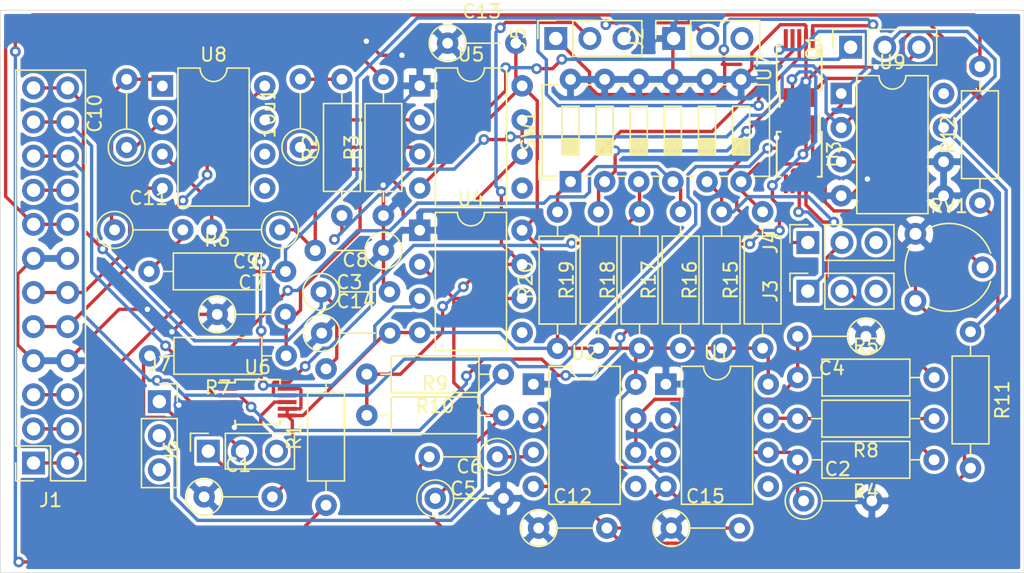
<source format=kicad_pcb>
(kicad_pcb (version 20171130) (host pcbnew "(5.1.10)-1")
  (layers (0 F.Cu signal) (31 B.Cu signal) (34 B.Paste user) (35 F.Paste user) (36 B.SilkS user) (37 F.SilkS user) (38 B.Mask user) (39 F.Mask user) (44 Edge.Cuts user))
  (net 0 "")
  (net 1 APC2)
  (net 2 "Net-(10u1-Pad1)")
  (net 3 5V)
  (net 4 A0)
  (net 5 "Net-(C2-Pad1)")
  (net 6 LPG_OUT)
  (net 7 "Net-(C4-Pad2)")
  (net 8 APC1_OUT)
  (net 9 "Net-(C5-Pad1)")
  (net 10 "Net-(C6-Pad1)")
  (net 11 "Net-(C7-Pad2)")
  (net 12 TRIG)
  (net 13 "Net-(C9-Pad2)")
  (net 14 "Net-(C10-Pad2)")
  (net 15 "Net-(C10-Pad1)")
  (net 16 "Net-(C11-Pad2)")
  (net 17 SCL)
  (net 18 SDA)
  (net 19 DET)
  (net 20 -12V)
  (net 21 +12V)
  (net 22 A_IN)
  (net 23 A_OUT_R)
  (net 24 A_OUT_L)
  (net 25 "Net-(J3-Pad2)")
  (net 26 Digi2)
  (net 27 "Net-(J4-Pad2)")
  (net 28 Digi1)
  (net 29 "Net-(J5-Pad2)")
  (net 30 APC2_IN)
  (net 31 "Net-(J6-Pad2)")
  (net 32 Digi4)
  (net 33 "Net-(J7-Pad2)")
  (net 34 Digi3)
  (net 35 "Net-(R1-Pad1)")
  (net 36 "Net-(R4-Pad1)")
  (net 37 "Net-(U1-Pad3)")
  (net 38 "Net-(U4-Pad3)")
  (net 39 GND)
  (net 40 A1)
  (net 41 A2)
  (net 42 A3)
  (net 43 A4)
  (net 44 A5)
  (net 45 5V_CL)
  (net 46 VACTROL_OUT)
  (net 47 "Net-(Q1-Pad2)")
  (net 48 "Net-(RV1-Pad2)")
  (module Package_DIP:DIP-8_W7.62mm (layer F.Cu) (at 194.675 39.225)
    (fp_text reference U9 (at 3.81 -2.33) (layer F.SilkS))
    (fp_text value AD8561)
    (pad 8 thru_hole oval (at 7.62 0) (size 1.6 1.6) (drill 0.8) (layers *.Cu *.Mask))
    (pad 4 thru_hole oval (at 0 7.62) (size 1.6 1.6) (drill 0.8) (layers *.Cu *.Mask) (net 39 GND))
    (pad 7 thru_hole oval (at 7.62 2.54) (size 1.6 1.6) (drill 0.8) (layers *.Cu *.Mask) (net 47 "Net-(Q1-Pad2)"))
    (pad 3 thru_hole oval (at 0 5.08) (size 1.6 1.6) (drill 0.8) (layers *.Cu *.Mask) (net 48 "Net-(RV1-Pad2)"))
    (pad 6 thru_hole oval (at 7.62 5.08) (size 1.6 1.6) (drill 0.8) (layers *.Cu *.Mask) (net 39 GND))
    (pad 2 thru_hole oval (at 0 2.54) (size 1.6 1.6) (drill 0.8) (layers *.Cu *.Mask) (net 46 VACTROL_OUT))
    (pad 5 thru_hole oval (at 7.62 7.62) (size 1.6 1.6) (drill 0.8) (layers *.Cu *.Mask) (net 39 GND))
    (pad 1 thru_hole rect (at 0 0) (size 1.6 1.6) (drill 0.8) (layers *.Cu *.Mask) (net 45 5V_CL))
  )
  (module Potentiometer_THT:Potentiometer_Piher_PT-6-V_Vertical (layer F.Cu) (at 200.2 54.675)
    (fp_text reference RV1 (at 2.5 -7.06) (layer F.SilkS))
    (fp_text value R_POT)
    (pad 1 thru_hole circle (at 0 0) (size 1.62 1.62) (drill 0.9) (layers *.Cu *.Mask) (net 45 5V_CL))
    (pad 2 thru_hole circle (at 5 -2.5) (size 1.62 1.62) (drill 0.9) (layers *.Cu *.Mask) (net 48 "Net-(RV1-Pad2)"))
    (pad 3 thru_hole circle (at 0 -5) (size 1.62 1.62) (drill 0.9) (layers *.Cu *.Mask) (net 39 GND))
  )
  (module Resistor_THT:R_Axial_DIN0207_L6.3mm_D2.5mm_P10.16mm_Horizontal (layer F.Cu) (at 205 47.375 90)
    (fp_text reference R12 (at 5.08 -2.37 90) (layer F.SilkS))
    (fp_text value 47)
    (pad 2 thru_hole oval (at 10.16 0 90) (size 1.6 1.6) (drill 0.8) (layers *.Cu *.Mask) (net 3 5V))
    (pad 1 thru_hole circle (at 0 0 90) (size 1.6 1.6) (drill 0.8) (layers *.Cu *.Mask) (net 45 5V_CL))
  )
  (module Resistor_THT:R_Axial_DIN0207_L6.3mm_D2.5mm_P10.16mm_Horizontal (layer F.Cu) (at 204.3 56.975 270)
    (fp_text reference R11 (at 5.08 -2.37 90) (layer F.SilkS))
    (fp_text value 10k)
    (pad 2 thru_hole oval (at 10.16 0 270) (size 1.6 1.6) (drill 0.8) (layers *.Cu *.Mask) (net 45 5V_CL))
    (pad 1 thru_hole circle (at 0 0 270) (size 1.6 1.6) (drill 0.8) (layers *.Cu *.Mask) (net 47 "Net-(Q1-Pad2)"))
  )
  (module Connector_PinSocket_2.54mm:PinSocket_1x03_P2.54mm_Vertical (layer F.Cu) (at 195.375 35.775 90)
    (fp_text reference Q1 (at 0 -2.77 90) (layer F.SilkS))
    (fp_text value 2N3904)
    (pad 3 thru_hole oval (at 0 5.08 90) (size 1.7 1.7) (drill 1) (layers *.Cu *.Mask) (net 46 VACTROL_OUT))
    (pad 2 thru_hole oval (at 0 2.54 90) (size 1.7 1.7) (drill 1) (layers *.Cu *.Mask) (net 47 "Net-(Q1-Pad2)"))
    (pad 1 thru_hole rect (at 0 0 90) (size 1.7 1.7) (drill 1) (layers *.Cu *.Mask) (net 6 LPG_OUT))
  )
  (module Resistor_THT:R_Axial_DIN0207_L6.3mm_D2.5mm_P5.08mm_Vertical (layer F.Cu) (at 182.025 71.6)
    (fp_text reference C15 (at 2.54 -2.37) (layer F.SilkS))
    (fp_text value 22p)
    (pad 2 thru_hole oval (at 5.08 0) (size 1.6 1.6) (drill 0.8) (layers *.Cu *.Mask) (net 45 5V_CL))
    (pad 1 thru_hole circle (at 0 0) (size 1.6 1.6) (drill 0.8) (layers *.Cu *.Mask) (net 39 GND))
  )
  (module Resistor_THT:R_Axial_DIN0207_L6.3mm_D2.5mm_P5.08mm_Vertical (layer F.Cu) (at 156 57.075)
    (fp_text reference C14 (at 2.54 -2.37) (layer F.SilkS))
    (fp_text value 22p)
    (pad 2 thru_hole oval (at 5.08 0) (size 1.6 1.6) (drill 0.8) (layers *.Cu *.Mask) (net 45 5V_CL))
    (pad 1 thru_hole circle (at 0 0) (size 1.6 1.6) (drill 0.8) (layers *.Cu *.Mask) (net 39 GND))
  )
  (module Resistor_THT:R_Axial_DIN0207_L6.3mm_D2.5mm_P5.08mm_Vertical (layer F.Cu) (at 165.375 35.475)
    (fp_text reference C13 (at 2.54 -2.37) (layer F.SilkS))
    (fp_text value 22p)
    (pad 2 thru_hole oval (at 5.08 0) (size 1.6 1.6) (drill 0.8) (layers *.Cu *.Mask) (net 45 5V_CL))
    (pad 1 thru_hole circle (at 0 0) (size 1.6 1.6) (drill 0.8) (layers *.Cu *.Mask) (net 39 GND))
  )
  (module Resistor_THT:R_Axial_DIN0207_L6.3mm_D2.5mm_P5.08mm_Vertical (layer F.Cu) (at 172.15 71.6)
    (fp_text reference C12 (at 2.54 -2.37) (layer F.SilkS))
    (fp_text value 22p)
    (pad 2 thru_hole oval (at 5.08 0) (size 1.6 1.6) (drill 0.8) (layers *.Cu *.Mask) (net 45 5V_CL))
    (pad 1 thru_hole circle (at 0 0) (size 1.6 1.6) (drill 0.8) (layers *.Cu *.Mask) (net 39 GND))
  )
  (module Package_SO:MSOP-10_3x3mm_P0.5mm (layer F.Cu) (at 191.55 37.325 90)
    (fp_text reference U7 (at 0 -2.6 90) (layer F.SilkS))
    (fp_text value MCP46x2)
    (pad 1 smd rect (at -2.2 -1 90) (size 1.4 0.3) (layers F.Cu F.Paste F.Mask) (net 43 A4))
    (pad 2 smd rect (at -2.2 -0.5 90) (size 1.4 0.3) (layers F.Cu F.Paste F.Mask) (net 17 SCL))
    (pad 3 smd rect (at -2.2 0 90) (size 1.4 0.3) (layers F.Cu F.Paste F.Mask) (net 18 SDA))
    (pad 4 smd rect (at -2.2 0.5 90) (size 1.4 0.3) (layers F.Cu F.Paste F.Mask) (net 39 GND))
    (pad 5 smd rect (at -2.2 1 90) (size 1.4 0.3) (layers F.Cu F.Paste F.Mask) (net 8 APC1_OUT))
    (pad 6 smd rect (at 2.2 1 90) (size 1.4 0.3) (layers F.Cu F.Paste F.Mask) (net 30 APC2_IN))
    (pad 7 smd rect (at 2.2 0.5 90) (size 1.4 0.3) (layers F.Cu F.Paste F.Mask) (net 39 GND))
    (pad 8 smd rect (at 2.2 0 90) (size 1.4 0.3) (layers F.Cu F.Paste F.Mask) (net 24 A_OUT_L))
    (pad 9 smd rect (at 2.2 -0.5 90) (size 1.4 0.3) (layers F.Cu F.Paste F.Mask) (net 44 A5))
    (pad 10 smd rect (at 2.2 -1 90) (size 1.4 0.3) (layers F.Cu F.Paste F.Mask) (net 45 5V_CL))
  )
  (module Package_SO:MSOP-10_3x3mm_P0.5mm (layer F.Cu) (at 191.55 43.75 270)
    (fp_text reference U3 (at 0 -2.6 90) (layer F.SilkS))
    (fp_text value MCP46x2)
    (pad 1 smd rect (at -2.2 -1 270) (size 1.4 0.3) (layers F.Cu F.Paste F.Mask) (net 4 A0))
    (pad 2 smd rect (at -2.2 -0.5 270) (size 1.4 0.3) (layers F.Cu F.Paste F.Mask) (net 17 SCL))
    (pad 3 smd rect (at -2.2 0 270) (size 1.4 0.3) (layers F.Cu F.Paste F.Mask) (net 18 SDA))
    (pad 4 smd rect (at -2.2 0.5 270) (size 1.4 0.3) (layers F.Cu F.Paste F.Mask) (net 39 GND))
    (pad 5 smd rect (at -2.2 1 270) (size 1.4 0.3) (layers F.Cu F.Paste F.Mask) (net 28 Digi1))
    (pad 6 smd rect (at 2.2 1 270) (size 1.4 0.3) (layers F.Cu F.Paste F.Mask) (net 45 5V_CL))
    (pad 7 smd rect (at 2.2 0.5 270) (size 1.4 0.3) (layers F.Cu F.Paste F.Mask) (net 45 5V_CL))
    (pad 8 smd rect (at 2.2 0 270) (size 1.4 0.3) (layers F.Cu F.Paste F.Mask) (net 26 Digi2))
    (pad 9 smd rect (at 2.2 -0.5 270) (size 1.4 0.3) (layers F.Cu F.Paste F.Mask) (net 40 A1))
    (pad 10 smd rect (at 2.2 -1 270) (size 1.4 0.3) (layers F.Cu F.Paste F.Mask) (net 45 5V_CL))
  )
  (module Resistor_THT:R_Axial_DIN0207_L6.3mm_D2.5mm_P5.08mm_Vertical (layer F.Cu) (at 148.22352 55.67568)
    (fp_text reference C7 (at 2.54 -2.37) (layer F.SilkS))
    (fp_text value 100n)
    (pad 1 thru_hole circle (at 0 0) (size 1.6 1.6) (drill 0.8) (layers *.Cu *.Mask) (net 39 GND))
    (pad 2 thru_hole oval (at 5.08 0) (size 1.6 1.6) (drill 0.8) (layers *.Cu *.Mask) (net 11 "Net-(C7-Pad2)"))
  )
  (module Resistor_THT:R_Axial_DIN0207_L6.3mm_D2.5mm_P10.16mm_Horizontal (layer F.Cu) (at 169.51888 60.13752 180)
    (fp_text reference R10 (at 5.08 -2.37) (layer F.SilkS))
    (fp_text value 1k)
    (pad 1 thru_hole circle (at 0 0 180) (size 1.6 1.6) (drill 0.8) (layers *.Cu *.Mask) (net 33 "Net-(J7-Pad2)"))
    (pad 2 thru_hole oval (at 10.16 0 180) (size 1.6 1.6) (drill 0.8) (layers *.Cu *.Mask) (net 29 "Net-(J5-Pad2)"))
  )
  (module Connector_PinSocket_2.54mm:PinSocket_1x03_P2.54mm_Vertical (layer F.Cu) (at 182.2 35.125 90)
    (fp_text reference J2 (at 0 -2.77 90) (layer F.SilkS))
    (fp_text value Conn_01x03)
    (pad 1 thru_hole rect (at 0 0 90) (size 1.7 1.7) (drill 1) (layers *.Cu *.Mask) (net 39 GND))
    (pad 2 thru_hole oval (at 0 2.54 90) (size 1.7 1.7) (drill 1) (layers *.Cu *.Mask) (net 24 A_OUT_L))
    (pad 3 thru_hole oval (at 0 5.08 90) (size 1.7 1.7) (drill 1) (layers *.Cu *.Mask))
  )
  (module Connector_PinSocket_2.54mm:PinSocket_1x03_P2.54mm_Vertical (layer F.Cu) (at 143.91458 62.17554)
    (fp_text reference J7 (at 0 -2.77) (layer F.SilkS))
    (fp_text value Conn_01x03)
    (pad 1 thru_hole rect (at 0 0) (size 1.7 1.7) (drill 1) (layers *.Cu *.Mask) (net 34 Digi3))
    (pad 2 thru_hole oval (at 0 2.54) (size 1.7 1.7) (drill 1) (layers *.Cu *.Mask) (net 33 "Net-(J7-Pad2)"))
    (pad 3 thru_hole oval (at 0 5.08) (size 1.7 1.7) (drill 1) (layers *.Cu *.Mask))
  )
  (module Resistor_THT:R_Axial_DIN0207_L6.3mm_D2.5mm_P5.08mm_Vertical (layer F.Cu) (at 152.89458 49.373 180)
    (fp_text reference C9 (at 2.54 -2.37) (layer F.SilkS))
    (fp_text value 100n)
    (pad 1 thru_hole circle (at 0 0 180) (size 1.6 1.6) (drill 0.8) (layers *.Cu *.Mask) (net 6 LPG_OUT))
    (pad 2 thru_hole oval (at 5.08 0 180) (size 1.6 1.6) (drill 0.8) (layers *.Cu *.Mask) (net 13 "Net-(C9-Pad2)"))
  )
  (module Button_Switch_THT:SW_DIP_SPSTx06_Slide_6.7x16.8mm_W7.62mm_P2.54mm_LowProfile (layer F.Cu) (at 174.52268 45.79414 90)
    (fp_text reference SW1 (at 3.81 -3.11 90) (layer F.SilkS))
    (fp_text value SW_DIP_x06)
    (pad 1 thru_hole rect (at 0 0 90) (size 1.6 1.6) (drill 0.8) (layers *.Cu *.Mask) (net 44 A5))
    (pad 7 thru_hole oval (at 7.62 12.7 90) (size 1.6 1.6) (drill 0.8) (layers *.Cu *.Mask) (net 39 GND))
    (pad 2 thru_hole oval (at 0 2.54 90) (size 1.6 1.6) (drill 0.8) (layers *.Cu *.Mask) (net 43 A4))
    (pad 8 thru_hole oval (at 7.62 10.16 90) (size 1.6 1.6) (drill 0.8) (layers *.Cu *.Mask) (net 39 GND))
    (pad 3 thru_hole oval (at 0 5.08 90) (size 1.6 1.6) (drill 0.8) (layers *.Cu *.Mask) (net 42 A3))
    (pad 9 thru_hole oval (at 7.62 7.62 90) (size 1.6 1.6) (drill 0.8) (layers *.Cu *.Mask) (net 39 GND))
    (pad 4 thru_hole oval (at 0 7.62 90) (size 1.6 1.6) (drill 0.8) (layers *.Cu *.Mask) (net 41 A2))
    (pad 10 thru_hole oval (at 7.62 5.08 90) (size 1.6 1.6) (drill 0.8) (layers *.Cu *.Mask) (net 39 GND))
    (pad 5 thru_hole oval (at 0 10.16 90) (size 1.6 1.6) (drill 0.8) (layers *.Cu *.Mask) (net 40 A1))
    (pad 11 thru_hole oval (at 7.62 2.54 90) (size 1.6 1.6) (drill 0.8) (layers *.Cu *.Mask) (net 39 GND))
    (pad 6 thru_hole oval (at 0 12.7 90) (size 1.6 1.6) (drill 0.8) (layers *.Cu *.Mask) (net 4 A0))
    (pad 12 thru_hole oval (at 7.62 0 90) (size 1.6 1.6) (drill 0.8) (layers *.Cu *.Mask) (net 39 GND))
  )
  (module Package_DIP:DIP-8_W7.62mm (layer F.Cu) (at 163.3035 38.65166)
    (fp_text reference U5 (at 3.81 -2.33) (layer F.SilkS))
    (fp_text value LM555xM)
    (pad 1 thru_hole rect (at 0 0) (size 1.6 1.6) (drill 0.8) (layers *.Cu *.Mask) (net 39 GND))
    (pad 5 thru_hole oval (at 7.62 7.62) (size 1.6 1.6) (drill 0.8) (layers *.Cu *.Mask))
    (pad 2 thru_hole oval (at 0 2.54) (size 1.6 1.6) (drill 0.8) (layers *.Cu *.Mask) (net 38 "Net-(U4-Pad3)"))
    (pad 6 thru_hole oval (at 7.62 5.08) (size 1.6 1.6) (drill 0.8) (layers *.Cu *.Mask) (net 11 "Net-(C7-Pad2)"))
    (pad 3 thru_hole oval (at 0 5.08) (size 1.6 1.6) (drill 0.8) (layers *.Cu *.Mask) (net 2 "Net-(10u1-Pad1)"))
    (pad 7 thru_hole oval (at 7.62 2.54) (size 1.6 1.6) (drill 0.8) (layers *.Cu *.Mask) (net 11 "Net-(C7-Pad2)"))
    (pad 4 thru_hole oval (at 0 7.62) (size 1.6 1.6) (drill 0.8) (layers *.Cu *.Mask) (net 45 5V_CL))
    (pad 8 thru_hole oval (at 7.62 0) (size 1.6 1.6) (drill 0.8) (layers *.Cu *.Mask) (net 45 5V_CL))
  )
  (module Connector_PinSocket_2.54mm:PinSocket_1x03_P2.54mm_Vertical (layer F.Cu) (at 192.18838 50.32804 90)
    (fp_text reference J4 (at 0 -2.77 90) (layer F.SilkS))
    (fp_text value Conn_01x03)
    (pad 1 thru_hole rect (at 0 0 90) (size 1.7 1.7) (drill 1) (layers *.Cu *.Mask) (net 28 Digi1))
    (pad 2 thru_hole oval (at 0 2.54 90) (size 1.7 1.7) (drill 1) (layers *.Cu *.Mask) (net 27 "Net-(J4-Pad2)"))
    (pad 3 thru_hole oval (at 0 5.08 90) (size 1.7 1.7) (drill 1) (layers *.Cu *.Mask))
  )
  (module Connector_PinSocket_2.54mm:PinSocket_1x03_P2.54mm_Vertical (layer F.Cu) (at 147.55948 65.87124 90)
    (fp_text reference J6 (at 0 -2.77 90) (layer F.SilkS))
    (fp_text value Conn_01x03)
    (pad 1 thru_hole rect (at 0 0 90) (size 1.7 1.7) (drill 1) (layers *.Cu *.Mask) (net 32 Digi4))
    (pad 2 thru_hole oval (at 0 2.54 90) (size 1.7 1.7) (drill 1) (layers *.Cu *.Mask) (net 31 "Net-(J6-Pad2)"))
    (pad 3 thru_hole oval (at 0 5.08 90) (size 1.7 1.7) (drill 1) (layers *.Cu *.Mask))
  )
  (module Resistor_THT:R_Axial_DIN0207_L6.3mm_D2.5mm_P10.16mm_Horizontal (layer F.Cu) (at 156.325 69.9 90)
    (fp_text reference R1 (at 5.08 -2.37 90) (layer F.SilkS))
    (fp_text value 330)
    (pad 1 thru_hole circle (at 0 0 90) (size 1.6 1.6) (drill 0.8) (layers *.Cu *.Mask) (net 35 "Net-(R1-Pad1)"))
    (pad 2 thru_hole oval (at 10.16 0 90) (size 1.6 1.6) (drill 0.8) (layers *.Cu *.Mask) (net 12 TRIG))
  )
  (module Resistor_THT:R_Axial_DIN0207_L6.3mm_D2.5mm_P10.16mm_Horizontal (layer F.Cu) (at 157.50468 48.32144 90)
    (fp_text reference R2 (at 5.08 -2.37 90) (layer F.SilkS))
    (fp_text value 1k)
    (pad 1 thru_hole circle (at 0 0 90) (size 1.6 1.6) (drill 0.8) (layers *.Cu *.Mask) (net 46 VACTROL_OUT))
    (pad 2 thru_hole oval (at 10.16 0 90) (size 1.6 1.6) (drill 0.8) (layers *.Cu *.Mask) (net 1 APC2))
  )
  (module Resistor_THT:R_Axial_DIN0207_L6.3mm_D2.5mm_P5.08mm_Vertical (layer F.Cu) (at 169.08454 66.29448 180)
    (fp_text reference C5 (at 2.54 -2.37) (layer F.SilkS))
    (fp_text value 10u)
    (pad 1 thru_hole circle (at 0 0 180) (size 1.6 1.6) (drill 0.8) (layers *.Cu *.Mask) (net 9 "Net-(C5-Pad1)"))
    (pad 2 thru_hole oval (at 5.08 0 180) (size 1.6 1.6) (drill 0.8) (layers *.Cu *.Mask) (net 8 APC1_OUT))
  )
  (module Resistor_THT:R_Axial_DIN0207_L6.3mm_D2.5mm_P5.08mm_Vertical (layer F.Cu) (at 147.25 69.275)
    (fp_text reference C1 (at 2.54 -2.37) (layer F.SilkS))
    (fp_text value 1m)
    (pad 1 thru_hole circle (at 0 0) (size 1.6 1.6) (drill 0.8) (layers *.Cu *.Mask) (net 39 GND))
    (pad 2 thru_hole oval (at 5.08 0) (size 1.6 1.6) (drill 0.8) (layers *.Cu *.Mask) (net 45 5V_CL))
  )
  (module Package_SO:MSOP-10_3x3mm_P0.5mm (layer F.Cu) (at 151.22978 62.21364)
    (fp_text reference U6 (at 0 -2.6) (layer F.SilkS))
    (fp_text value MCP46x2)
    (pad 1 smd rect (at -2.2 -1) (size 1.4 0.3) (layers F.Cu F.Paste F.Mask) (net 41 A2))
    (pad 2 smd rect (at -2.2 -0.5) (size 1.4 0.3) (layers F.Cu F.Paste F.Mask) (net 17 SCL))
    (pad 3 smd rect (at -2.2 0) (size 1.4 0.3) (layers F.Cu F.Paste F.Mask) (net 18 SDA))
    (pad 4 smd rect (at -2.2 0.5) (size 1.4 0.3) (layers F.Cu F.Paste F.Mask) (net 39 GND))
    (pad 5 smd rect (at -2.2 1) (size 1.4 0.3) (layers F.Cu F.Paste F.Mask) (net 34 Digi3))
    (pad 6 smd rect (at 2.2 1) (size 1.4 0.3) (layers F.Cu F.Paste F.Mask) (net 45 5V_CL))
    (pad 7 smd rect (at 2.2 0.5) (size 1.4 0.3) (layers F.Cu F.Paste F.Mask) (net 45 5V_CL))
    (pad 8 smd rect (at 2.2 0) (size 1.4 0.3) (layers F.Cu F.Paste F.Mask) (net 32 Digi4))
    (pad 9 smd rect (at 2.2 -0.5) (size 1.4 0.3) (layers F.Cu F.Paste F.Mask) (net 42 A3))
    (pad 10 smd rect (at 2.2 -1) (size 1.4 0.3) (layers F.Cu F.Paste F.Mask) (net 45 5V_CL))
  )
  (module Resistor_THT:R_Axial_DIN0207_L6.3mm_D2.5mm_P5.08mm_Vertical (layer F.Cu) (at 164.45412 69.38566)
    (fp_text reference C6 (at 2.54 -2.37) (layer F.SilkS))
    (fp_text value 100n)
    (pad 1 thru_hole circle (at 0 0) (size 1.6 1.6) (drill 0.8) (layers *.Cu *.Mask) (net 10 "Net-(C6-Pad1)"))
    (pad 2 thru_hole oval (at 5.08 0) (size 1.6 1.6) (drill 0.8) (layers *.Cu *.Mask) (net 39 GND))
  )
  (module Resistor_THT:R_Axial_DIN0207_L6.3mm_D2.5mm_P5.08mm_Vertical (layer F.Cu) (at 160.60094 50.91732 180)
    (fp_text reference C3 (at 2.54 -2.37) (layer F.SilkS))
    (fp_text value 22n)
    (pad 1 thru_hole circle (at 0 0 180) (size 1.6 1.6) (drill 0.8) (layers *.Cu *.Mask) (net 39 GND))
    (pad 2 thru_hole oval (at 5.08 0 180) (size 1.6 1.6) (drill 0.8) (layers *.Cu *.Mask) (net 6 LPG_OUT))
  )
  (module Resistor_THT:R_Axial_DIN0207_L6.3mm_D2.5mm_P5.08mm_Vertical (layer F.Cu) (at 191.87596 69.57108)
    (fp_text reference C2 (at 2.54 -2.37) (layer F.SilkS))
    (fp_text value 100n)
    (pad 1 thru_hole circle (at 0 0) (size 1.6 1.6) (drill 0.8) (layers *.Cu *.Mask) (net 5 "Net-(C2-Pad1)"))
    (pad 2 thru_hole oval (at 5.08 0) (size 1.6 1.6) (drill 0.8) (layers *.Cu *.Mask) (net 39 GND))
  )
  (module Resistor_THT:R_Axial_DIN0207_L6.3mm_D2.5mm_P10.16mm_Horizontal (layer F.Cu) (at 179.6611 58.20204 90)
    (fp_text reference R18 (at 5.08 -2.37 90) (layer F.SilkS))
    (fp_text value 10k)
    (pad 1 thru_hole circle (at 0 0 90) (size 1.6 1.6) (drill 0.8) (layers *.Cu *.Mask) (net 45 5V_CL))
    (pad 2 thru_hole oval (at 10.16 0 90) (size 1.6 1.6) (drill 0.8) (layers *.Cu *.Mask) (net 42 A3))
  )
  (module Resistor_THT:R_Axial_DIN0207_L6.3mm_D2.5mm_P10.16mm_Horizontal (layer F.Cu) (at 173.55748 58.20712 90)
    (fp_text reference R20 (at 5.08 -2.37 90) (layer F.SilkS))
    (fp_text value 10k)
    (pad 1 thru_hole circle (at 0 0 90) (size 1.6 1.6) (drill 0.8) (layers *.Cu *.Mask) (net 45 5V_CL))
    (pad 2 thru_hole oval (at 10.16 0 90) (size 1.6 1.6) (drill 0.8) (layers *.Cu *.Mask) (net 44 A5))
  )
  (module Package_DIP:DIP-8_W7.62mm (layer F.Cu) (at 144.14174 38.65928)
    (fp_text reference U8 (at 3.81 -2.33) (layer F.SilkS))
    (fp_text value TL072)
    (pad 1 thru_hole rect (at 0 0) (size 1.6 1.6) (drill 0.8) (layers *.Cu *.Mask) (net 14 "Net-(C10-Pad2)"))
    (pad 5 thru_hole oval (at 7.62 7.62) (size 1.6 1.6) (drill 0.8) (layers *.Cu *.Mask))
    (pad 2 thru_hole oval (at 0 2.54) (size 1.6 1.6) (drill 0.8) (layers *.Cu *.Mask) (net 15 "Net-(C10-Pad1)"))
    (pad 6 thru_hole oval (at 7.62 5.08) (size 1.6 1.6) (drill 0.8) (layers *.Cu *.Mask))
    (pad 3 thru_hole oval (at 0 5.08) (size 1.6 1.6) (drill 0.8) (layers *.Cu *.Mask) (net 13 "Net-(C9-Pad2)"))
    (pad 7 thru_hole oval (at 7.62 2.54) (size 1.6 1.6) (drill 0.8) (layers *.Cu *.Mask))
    (pad 4 thru_hole oval (at 0 7.62) (size 1.6 1.6) (drill 0.8) (layers *.Cu *.Mask) (net 20 -12V))
    (pad 8 thru_hole oval (at 7.62 0) (size 1.6 1.6) (drill 0.8) (layers *.Cu *.Mask) (net 21 +12V))
  )
  (module Resistor_THT:R_Axial_DIN0207_L6.3mm_D2.5mm_P10.16mm_Horizontal (layer F.Cu) (at 182.71672 58.19696 90)
    (fp_text reference R17 (at 5.08 -2.37 90) (layer F.SilkS))
    (fp_text value 10k)
    (pad 1 thru_hole circle (at 0 0 90) (size 1.6 1.6) (drill 0.8) (layers *.Cu *.Mask) (net 45 5V_CL))
    (pad 2 thru_hole oval (at 10.16 0 90) (size 1.6 1.6) (drill 0.8) (layers *.Cu *.Mask) (net 41 A2))
  )
  (module Resistor_THT:R_Axial_DIN0207_L6.3mm_D2.5mm_P5.08mm_Vertical (layer F.Cu) (at 141.48236 43.24144 90)
    (fp_text reference C10 (at 2.54 -2.37 90) (layer F.SilkS))
    (fp_text value 100n)
    (pad 1 thru_hole circle (at 0 0 90) (size 1.6 1.6) (drill 0.8) (layers *.Cu *.Mask) (net 15 "Net-(C10-Pad1)"))
    (pad 2 thru_hole oval (at 5.08 0 90) (size 1.6 1.6) (drill 0.8) (layers *.Cu *.Mask) (net 14 "Net-(C10-Pad2)"))
  )
  (module Resistor_THT:R_Axial_DIN0207_L6.3mm_D2.5mm_P5.08mm_Vertical (layer F.Cu) (at 155.96798 54.00342)
    (fp_text reference C8 (at 2.54 -2.37) (layer F.SilkS))
    (fp_text value 100u)
    (pad 1 thru_hole circle (at 0 0) (size 1.6 1.6) (drill 0.8) (layers *.Cu *.Mask) (net 12 TRIG))
    (pad 2 thru_hole oval (at 5.08 0) (size 1.6 1.6) (drill 0.8) (layers *.Cu *.Mask) (net 39 GND))
  )
  (module Resistor_THT:R_Axial_DIN0207_L6.3mm_D2.5mm_P5.08mm_Vertical (layer F.Cu) (at 196.514 57.31812 180)
    (fp_text reference C4 (at 2.54 -2.37) (layer F.SilkS))
    (fp_text value 100n)
    (pad 1 thru_hole circle (at 0 0 180) (size 1.6 1.6) (drill 0.8) (layers *.Cu *.Mask) (net 39 GND))
    (pad 2 thru_hole oval (at 5.08 0 180) (size 1.6 1.6) (drill 0.8) (layers *.Cu *.Mask) (net 7 "Net-(C4-Pad2)"))
  )
  (module Connector_PinSocket_2.54mm:PinSocket_2x12_P2.54mm_Vertical (layer F.Cu) (at 134.55 66.75 180)
    (fp_text reference J1 (at -1.27 -2.77) (layer F.SilkS))
    (fp_text value Conn_02x12_Odd_Even)
    (pad 1 thru_hole rect (at 0 0 180) (size 1.7 1.7) (drill 1) (layers *.Cu *.Mask) (net 24 A_OUT_L))
    (pad 2 thru_hole oval (at -2.54 0 180) (size 1.7 1.7) (drill 1) (layers *.Cu *.Mask) (net 24 A_OUT_L))
    (pad 3 thru_hole oval (at 0 2.54 180) (size 1.7 1.7) (drill 1) (layers *.Cu *.Mask) (net 23 A_OUT_R))
    (pad 4 thru_hole oval (at -2.54 2.54 180) (size 1.7 1.7) (drill 1) (layers *.Cu *.Mask) (net 23 A_OUT_R))
    (pad 5 thru_hole oval (at 0 5.08 180) (size 1.7 1.7) (drill 1) (layers *.Cu *.Mask) (net 22 A_IN))
    (pad 6 thru_hole oval (at -2.54 5.08 180) (size 1.7 1.7) (drill 1) (layers *.Cu *.Mask) (net 22 A_IN))
    (pad 7 thru_hole oval (at 0 7.62 180) (size 1.7 1.7) (drill 1) (layers *.Cu *.Mask) (net 39 GND))
    (pad 8 thru_hole oval (at -2.54 7.62 180) (size 1.7 1.7) (drill 1) (layers *.Cu *.Mask) (net 39 GND))
    (pad 9 thru_hole oval (at 0 10.16 180) (size 1.7 1.7) (drill 1) (layers *.Cu *.Mask) (net 21 +12V))
    (pad 10 thru_hole oval (at -2.54 10.16 180) (size 1.7 1.7) (drill 1) (layers *.Cu *.Mask) (net 21 +12V))
    (pad 11 thru_hole oval (at 0 12.7 180) (size 1.7 1.7) (drill 1) (layers *.Cu *.Mask) (net 20 -12V))
    (pad 12 thru_hole oval (at -2.54 12.7 180) (size 1.7 1.7) (drill 1) (layers *.Cu *.Mask) (net 20 -12V))
    (pad 13 thru_hole oval (at 0 15.24 180) (size 1.7 1.7) (drill 1) (layers *.Cu *.Mask) (net 39 GND))
    (pad 14 thru_hole oval (at -2.54 15.24 180) (size 1.7 1.7) (drill 1) (layers *.Cu *.Mask) (net 39 GND))
    (pad 15 thru_hole oval (at 0 17.78 180) (size 1.7 1.7) (drill 1) (layers *.Cu *.Mask) (net 3 5V))
    (pad 16 thru_hole oval (at -2.54 17.78 180) (size 1.7 1.7) (drill 1) (layers *.Cu *.Mask) (net 3 5V))
    (pad 17 thru_hole oval (at 0 20.32 180) (size 1.7 1.7) (drill 1) (layers *.Cu *.Mask) (net 19 DET))
    (pad 18 thru_hole oval (at -2.54 20.32 180) (size 1.7 1.7) (drill 1) (layers *.Cu *.Mask) (net 19 DET))
    (pad 19 thru_hole oval (at 0 22.86 180) (size 1.7 1.7) (drill 1) (layers *.Cu *.Mask) (net 18 SDA))
    (pad 20 thru_hole oval (at -2.54 22.86 180) (size 1.7 1.7) (drill 1) (layers *.Cu *.Mask) (net 18 SDA))
    (pad 21 thru_hole oval (at 0 25.4 180) (size 1.7 1.7) (drill 1) (layers *.Cu *.Mask) (net 17 SCL))
    (pad 22 thru_hole oval (at -2.54 25.4 180) (size 1.7 1.7) (drill 1) (layers *.Cu *.Mask) (net 17 SCL))
    (pad 23 thru_hole oval (at 0 27.94 180) (size 1.7 1.7) (drill 1) (layers *.Cu *.Mask) (net 12 TRIG))
    (pad 24 thru_hole oval (at -2.54 27.94 180) (size 1.7 1.7) (drill 1) (layers *.Cu *.Mask) (net 12 TRIG))
  )
  (module Connector_PinSocket_2.54mm:PinSocket_1x03_P2.54mm_Vertical (layer F.Cu) (at 173.425 35.125 90)
    (fp_text reference J5 (at 0 -2.77 90) (layer F.SilkS))
    (fp_text value Conn_01x03)
    (pad 1 thru_hole rect (at 0 0 90) (size 1.7 1.7) (drill 1) (layers *.Cu *.Mask) (net 30 APC2_IN))
    (pad 2 thru_hole oval (at 0 2.54 90) (size 1.7 1.7) (drill 1) (layers *.Cu *.Mask) (net 29 "Net-(J5-Pad2)"))
    (pad 3 thru_hole oval (at 0 5.08 90) (size 1.7 1.7) (drill 1) (layers *.Cu *.Mask))
  )
  (module Connector_PinSocket_2.54mm:PinSocket_1x03_P2.54mm_Vertical (layer F.Cu) (at 192.18838 53.94754 90)
    (fp_text reference J3 (at 0 -2.77 90) (layer F.SilkS))
    (fp_text value Conn_01x03)
    (pad 1 thru_hole rect (at 0 0 90) (size 1.7 1.7) (drill 1) (layers *.Cu *.Mask) (net 26 Digi2))
    (pad 2 thru_hole oval (at 0 2.54 90) (size 1.7 1.7) (drill 1) (layers *.Cu *.Mask) (net 25 "Net-(J3-Pad2)"))
    (pad 3 thru_hole oval (at 0 5.08 90) (size 1.7 1.7) (drill 1) (layers *.Cu *.Mask))
  )
  (module Resistor_THT:R_Axial_DIN0207_L6.3mm_D2.5mm_P5.08mm_Vertical (layer F.Cu) (at 140.58066 49.38316)
    (fp_text reference C11 (at 2.54 -2.37) (layer F.SilkS))
    (fp_text value 1u)
    (pad 1 thru_hole circle (at 0 0) (size 1.6 1.6) (drill 0.8) (layers *.Cu *.Mask) (net 14 "Net-(C10-Pad2)"))
    (pad 2 thru_hole oval (at 5.08 0) (size 1.6 1.6) (drill 0.8) (layers *.Cu *.Mask) (net 16 "Net-(C11-Pad2)"))
  )
  (module Resistor_THT:R_Axial_DIN0207_L6.3mm_D2.5mm_P5.08mm_Vertical (layer F.Cu) (at 154.41096 43.2262 90)
    (fp_text reference 10u1 (at 2.54 -2.37 90) (layer F.SilkS))
    (fp_text value CP)
    (pad 1 thru_hole circle (at 0 0 90) (size 1.6 1.6) (drill 0.8) (layers *.Cu *.Mask) (net 2 "Net-(10u1-Pad1)"))
    (pad 2 thru_hole oval (at 5.08 0 90) (size 1.6 1.6) (drill 0.8) (layers *.Cu *.Mask) (net 1 APC2))
  )
  (module Resistor_THT:R_Axial_DIN0207_L6.3mm_D2.5mm_P10.16mm_Horizontal (layer F.Cu) (at 176.61056 58.20204 90)
    (fp_text reference R19 (at 5.08 -2.37 90) (layer F.SilkS))
    (fp_text value 10k)
    (pad 1 thru_hole circle (at 0 0 90) (size 1.6 1.6) (drill 0.8) (layers *.Cu *.Mask) (net 45 5V_CL))
    (pad 2 thru_hole oval (at 10.16 0 90) (size 1.6 1.6) (drill 0.8) (layers *.Cu *.Mask) (net 43 A4))
  )
  (module Resistor_THT:R_Axial_DIN0207_L6.3mm_D2.5mm_P10.16mm_Horizontal (layer F.Cu) (at 143.14606 52.47942)
    (fp_text reference R6 (at 5.08 -2.37) (layer F.SilkS))
    (fp_text value 1k)
    (pad 1 thru_hole circle (at 0 0) (size 1.6 1.6) (drill 0.8) (layers *.Cu *.Mask) (net 16 "Net-(C11-Pad2)"))
    (pad 2 thru_hole oval (at 10.16 0) (size 1.6 1.6) (drill 0.8) (layers *.Cu *.Mask) (net 24 A_OUT_L))
  )
  (module Resistor_THT:R_Axial_DIN0207_L6.3mm_D2.5mm_P10.16mm_Horizontal (layer F.Cu) (at 185.7698 58.1995 90)
    (fp_text reference R16 (at 5.08 -2.37 90) (layer F.SilkS))
    (fp_text value 10k)
    (pad 1 thru_hole circle (at 0 0 90) (size 1.6 1.6) (drill 0.8) (layers *.Cu *.Mask) (net 45 5V_CL))
    (pad 2 thru_hole oval (at 10.16 0 90) (size 1.6 1.6) (drill 0.8) (layers *.Cu *.Mask) (net 40 A1))
  )
  (module Resistor_THT:R_Axial_DIN0207_L6.3mm_D2.5mm_P10.16mm_Horizontal (layer F.Cu) (at 188.82288 58.19696 90)
    (fp_text reference R15 (at 5.08 -2.37 90) (layer F.SilkS))
    (fp_text value 10k)
    (pad 1 thru_hole circle (at 0 0 90) (size 1.6 1.6) (drill 0.8) (layers *.Cu *.Mask) (net 45 5V_CL))
    (pad 2 thru_hole oval (at 10.16 0 90) (size 1.6 1.6) (drill 0.8) (layers *.Cu *.Mask) (net 4 A0))
  )
  (module Resistor_THT:R_Axial_DIN0207_L6.3mm_D2.5mm_P10.16mm_Horizontal (layer F.Cu) (at 201.58638 63.44714 180)
    (fp_text reference R8 (at 5.08 -2.37) (layer F.SilkS))
    (fp_text value 1k)
    (pad 1 thru_hole circle (at 0 0 180) (size 1.6 1.6) (drill 0.8) (layers *.Cu *.Mask) (net 27 "Net-(J4-Pad2)"))
    (pad 2 thru_hole oval (at 10.16 0 180) (size 1.6 1.6) (drill 0.8) (layers *.Cu *.Mask) (net 36 "Net-(R4-Pad1)"))
  )
  (module Resistor_THT:R_Axial_DIN0207_L6.3mm_D2.5mm_P10.16mm_Horizontal (layer F.Cu) (at 191.434 60.38644)
    (fp_text reference R5 (at 5.08 -2.37) (layer F.SilkS))
    (fp_text value 1k)
    (pad 1 thru_hole circle (at 0 0) (size 1.6 1.6) (drill 0.8) (layers *.Cu *.Mask) (net 7 "Net-(C4-Pad2)"))
    (pad 2 thru_hole oval (at 10.16 0) (size 1.6 1.6) (drill 0.8) (layers *.Cu *.Mask) (net 25 "Net-(J3-Pad2)"))
  )
  (module Package_DIP:DIP-8_W7.62mm (layer F.Cu) (at 163.29842 49.41364)
    (fp_text reference U4 (at 3.81 -2.33) (layer F.SilkS))
    (fp_text value LM555xM)
    (pad 1 thru_hole rect (at 0 0) (size 1.6 1.6) (drill 0.8) (layers *.Cu *.Mask) (net 39 GND))
    (pad 5 thru_hole oval (at 7.62 7.62) (size 1.6 1.6) (drill 0.8) (layers *.Cu *.Mask))
    (pad 2 thru_hole oval (at 0 2.54) (size 1.6 1.6) (drill 0.8) (layers *.Cu *.Mask) (net 10 "Net-(C6-Pad1)"))
    (pad 6 thru_hole oval (at 7.62 5.08) (size 1.6 1.6) (drill 0.8) (layers *.Cu *.Mask) (net 10 "Net-(C6-Pad1)"))
    (pad 3 thru_hole oval (at 0 5.08) (size 1.6 1.6) (drill 0.8) (layers *.Cu *.Mask) (net 38 "Net-(U4-Pad3)"))
    (pad 7 thru_hole oval (at 7.62 2.54) (size 1.6 1.6) (drill 0.8) (layers *.Cu *.Mask) (net 29 "Net-(J5-Pad2)"))
    (pad 4 thru_hole oval (at 0 7.62) (size 1.6 1.6) (drill 0.8) (layers *.Cu *.Mask) (net 45 5V_CL))
    (pad 8 thru_hole oval (at 7.62 0) (size 1.6 1.6) (drill 0.8) (layers *.Cu *.Mask) (net 45 5V_CL))
  )
  (module Resistor_THT:R_Axial_DIN0207_L6.3mm_D2.5mm_P10.16mm_Horizontal (layer F.Cu) (at 160.59586 48.32398 90)
    (fp_text reference R3 (at 5.08 -2.37 90) (layer F.SilkS))
    (fp_text value 1k)
    (pad 1 thru_hole circle (at 0 0 90) (size 1.6 1.6) (drill 0.8) (layers *.Cu *.Mask) (net 39 GND))
    (pad 2 thru_hole oval (at 10.16 0 90) (size 1.6 1.6) (drill 0.8) (layers *.Cu *.Mask) (net 35 "Net-(R1-Pad1)"))
  )
  (module Resistor_THT:R_Axial_DIN0207_L6.3mm_D2.5mm_P10.16mm_Horizontal (layer F.Cu) (at 159.36396 63.2033)
    (fp_text reference R9 (at 5.08 -2.37) (layer F.SilkS))
    (fp_text value 1k)
    (pad 1 thru_hole circle (at 0 0) (size 1.6 1.6) (drill 0.8) (layers *.Cu *.Mask) (net 29 "Net-(J5-Pad2)"))
    (pad 2 thru_hole oval (at 10.16 0) (size 1.6 1.6) (drill 0.8) (layers *.Cu *.Mask) (net 10 "Net-(C6-Pad1)"))
  )
  (module Package_DIP:DIP-8_W7.62mm (layer F.Cu) (at 181.62198 60.8792)
    (fp_text reference U1 (at 3.81 -2.33) (layer F.SilkS))
    (fp_text value LM555xM)
    (pad 1 thru_hole rect (at 0 0) (size 1.6 1.6) (drill 0.8) (layers *.Cu *.Mask) (net 39 GND))
    (pad 5 thru_hole oval (at 7.62 7.62) (size 1.6 1.6) (drill 0.8) (layers *.Cu *.Mask))
    (pad 2 thru_hole oval (at 0 2.54) (size 1.6 1.6) (drill 0.8) (layers *.Cu *.Mask) (net 5 "Net-(C2-Pad1)"))
    (pad 6 thru_hole oval (at 7.62 5.08) (size 1.6 1.6) (drill 0.8) (layers *.Cu *.Mask) (net 5 "Net-(C2-Pad1)"))
    (pad 3 thru_hole oval (at 0 5.08) (size 1.6 1.6) (drill 0.8) (layers *.Cu *.Mask) (net 37 "Net-(U1-Pad3)"))
    (pad 7 thru_hole oval (at 7.62 2.54) (size 1.6 1.6) (drill 0.8) (layers *.Cu *.Mask) (net 36 "Net-(R4-Pad1)"))
    (pad 4 thru_hole oval (at 0 7.62) (size 1.6 1.6) (drill 0.8) (layers *.Cu *.Mask) (net 45 5V_CL))
    (pad 8 thru_hole oval (at 7.62 0) (size 1.6 1.6) (drill 0.8) (layers *.Cu *.Mask) (net 45 5V_CL))
  )
  (module Package_DIP:DIP-8_W7.62mm (layer F.Cu) (at 171.75916 60.8792)
    (fp_text reference U2 (at 3.81 -2.33) (layer F.SilkS))
    (fp_text value LM555xM)
    (pad 1 thru_hole rect (at 0 0) (size 1.6 1.6) (drill 0.8) (layers *.Cu *.Mask) (net 39 GND))
    (pad 5 thru_hole oval (at 7.62 7.62) (size 1.6 1.6) (drill 0.8) (layers *.Cu *.Mask))
    (pad 2 thru_hole oval (at 0 2.54) (size 1.6 1.6) (drill 0.8) (layers *.Cu *.Mask) (net 37 "Net-(U1-Pad3)"))
    (pad 6 thru_hole oval (at 7.62 5.08) (size 1.6 1.6) (drill 0.8) (layers *.Cu *.Mask) (net 7 "Net-(C4-Pad2)"))
    (pad 3 thru_hole oval (at 0 5.08) (size 1.6 1.6) (drill 0.8) (layers *.Cu *.Mask) (net 9 "Net-(C5-Pad1)"))
    (pad 7 thru_hole oval (at 7.62 2.54) (size 1.6 1.6) (drill 0.8) (layers *.Cu *.Mask) (net 7 "Net-(C4-Pad2)"))
    (pad 4 thru_hole oval (at 0 7.62) (size 1.6 1.6) (drill 0.8) (layers *.Cu *.Mask) (net 45 5V_CL))
    (pad 8 thru_hole oval (at 7.62 0) (size 1.6 1.6) (drill 0.8) (layers *.Cu *.Mask) (net 45 5V_CL))
  )
  (module Resistor_THT:R_Axial_DIN0207_L6.3mm_D2.5mm_P10.16mm_Horizontal (layer F.Cu) (at 153.35576 58.76686 180)
    (fp_text reference R7 (at 5.08 -2.37) (layer F.SilkS))
    (fp_text value 1k)
    (pad 1 thru_hole circle (at 0 0 180) (size 1.6 1.6) (drill 0.8) (layers *.Cu *.Mask) (net 11 "Net-(C7-Pad2)"))
    (pad 2 thru_hole oval (at 10.16 0 180) (size 1.6 1.6) (drill 0.8) (layers *.Cu *.Mask) (net 31 "Net-(J6-Pad2)"))
  )
  (module Resistor_THT:R_Axial_DIN0207_L6.3mm_D2.5mm_P10.16mm_Horizontal (layer F.Cu) (at 201.58892 66.51546 180)
    (fp_text reference R4 (at 5.08 -2.37) (layer F.SilkS))
    (fp_text value 1k)
    (pad 1 thru_hole circle (at 0 0 180) (size 1.6 1.6) (drill 0.8) (layers *.Cu *.Mask) (net 36 "Net-(R4-Pad1)"))
    (pad 2 thru_hole oval (at 10.16 0 180) (size 1.6 1.6) (drill 0.8) (layers *.Cu *.Mask) (net 5 "Net-(C2-Pad1)"))
  )
  (gr_line (start 208.28 74.93) (end 208.28 33.02) (layer Edge.Cuts) (width 0.05))
  (gr_line (start 207.01 74.93) (end 208.28 74.93) (layer Edge.Cuts) (width 0.05))
  (gr_line (start 132.08 74.93) (end 207.01 74.93) (layer Edge.Cuts) (width 0.05))
  (gr_line (start 132.08 33.02) (end 132.08 74.93) (layer Edge.Cuts) (width 0.05))
  (gr_line (start 208.28 33.02) (end 132.08 33.02) (layer Edge.Cuts) (width 0.05))
  (segment (start 154.4262 38.16144) (end 154.41096 38.1462) (width 0.25) (layer F.Cu) (net 1))
  (segment (start 157.50468 38.16144) (end 154.4262 38.16144) (width 0.25) (layer F.Cu) (net 1))
  (segment (start 162.79804 43.2262) (end 163.3035 43.73166) (width 0.25) (layer F.Cu) (net 2))
  (segment (start 154.41096 43.2262) (end 162.79804 43.2262) (width 0.25) (layer F.Cu) (net 2))
  (segment (start 205 37.215) (end 205 33.8) (width 0.25) (layer F.Cu) (net 3))
  (segment (start 205 33.8) (end 204.57001 33.37001) (width 0.25) (layer F.Cu) (net 3))
  (segment (start 134.45499 33.37001) (end 132.475 35.35) (width 0.25) (layer F.Cu) (net 3))
  (segment (start 204.57001 33.37001) (end 134.45499 33.37001) (width 0.25) (layer F.Cu) (net 3))
  (segment (start 132.475 46.895) (end 134.55 48.97) (width 0.25) (layer F.Cu) (net 3))
  (segment (start 132.475 35.35) (end 132.475 46.895) (width 0.25) (layer F.Cu) (net 3))
  (segment (start 137.09 48.97) (end 134.55 48.97) (width 0.25) (layer F.Cu) (net 3))
  (segment (start 187.22268 46.43676) (end 187.22268 45.79414) (width 0.25) (layer F.Cu) (net 4))
  (segment (start 188.82288 48.03696) (end 187.22268 46.43676) (width 0.25) (layer F.Cu) (net 4))
  (segment (start 192.55 41.55) (end 192.55 44.449989) (width 0.25) (layer F.Cu) (net 4))
  (segment (start 188.541831 44.474989) (end 187.22268 45.79414) (width 0.25) (layer F.Cu) (net 4))
  (segment (start 192.525 44.474989) (end 188.541831 44.474989) (width 0.25) (layer F.Cu) (net 4))
  (segment (start 192.55 44.449989) (end 192.525 44.474989) (width 0.25) (layer F.Cu) (net 4))
  (segment (start 191.42892 69.12404) (end 191.87596 69.57108) (width 0.25) (layer F.Cu) (net 5))
  (segment (start 191.42892 66.51546) (end 191.42892 69.12404) (width 0.25) (layer F.Cu) (net 5))
  (segment (start 190.87266 65.9592) (end 191.42892 66.51546) (width 0.25) (layer F.Cu) (net 5))
  (segment (start 189.24198 65.9592) (end 190.87266 65.9592) (width 0.25) (layer F.Cu) (net 5))
  (segment (start 184.16198 65.9592) (end 181.62198 63.4192) (width 0.25) (layer F.Cu) (net 5))
  (segment (start 189.24198 65.9592) (end 184.16198 65.9592) (width 0.25) (layer F.Cu) (net 5))
  (segment (start 153.97662 49.373) (end 152.89458 49.373) (width 0.25) (layer F.Cu) (net 6))
  (segment (start 155.52094 50.91732) (end 153.97662 49.373) (width 0.25) (layer F.Cu) (net 6))
  (segment (start 155.52094 50.91732) (end 155.52094 47.15406) (width 0.25) (layer F.Cu) (net 6))
  (segment (start 169.700001 39.000161) (end 169.700001 37.3) (width 0.25) (layer F.Cu) (net 6))
  (segment (start 163.843501 44.856661) (end 169.700001 39.000161) (width 0.25) (layer F.Cu) (net 6))
  (via (at 169.700001 37.3) (size 0.8) (drill 0.4) (layers F.Cu B.Cu) (net 6))
  (segment (start 157.818339 44.856661) (end 163.843501 44.856661) (width 0.25) (layer F.Cu) (net 6))
  (segment (start 155.52094 47.15406) (end 157.818339 44.856661) (width 0.25) (layer F.Cu) (net 6))
  (via (at 172 37.375) (size 0.8) (drill 0.4) (layers F.Cu B.Cu) (net 6))
  (segment (start 171.925 37.3) (end 172 37.375) (width 0.25) (layer B.Cu) (net 6))
  (segment (start 169.700001 37.3) (end 171.925 37.3) (width 0.25) (layer B.Cu) (net 6))
  (via (at 173.875 36.675) (size 0.8) (drill 0.4) (layers F.Cu B.Cu) (net 6))
  (segment (start 173.175 37.375) (end 173.875 36.675) (width 0.25) (layer F.Cu) (net 6))
  (segment (start 172 37.375) (end 173.175 37.375) (width 0.25) (layer F.Cu) (net 6))
  (segment (start 194.475 36.675) (end 195.375 35.775) (width 0.25) (layer B.Cu) (net 6))
  (segment (start 173.875 36.675) (end 194.475 36.675) (width 0.25) (layer B.Cu) (net 6))
  (segment (start 179.37916 63.4192) (end 179.37916 65.9592) (width 0.25) (layer F.Cu) (net 7))
  (segment (start 189.816239 62.004201) (end 191.434 60.38644) (width 0.25) (layer F.Cu) (net 7))
  (segment (start 180.794159 62.004201) (end 189.816239 62.004201) (width 0.25) (layer F.Cu) (net 7))
  (segment (start 179.37916 63.4192) (end 180.794159 62.004201) (width 0.25) (layer F.Cu) (net 7))
  (segment (start 191.434 57.31812) (end 191.434 60.38644) (width 0.25) (layer F.Cu) (net 7))
  (segment (start 203.420001 37.000999) (end 203.420001 37.300003) (width 0.25) (layer F.Cu) (net 8))
  (segment (start 201.019001 34.599999) (end 203.420001 37.000999) (width 0.25) (layer F.Cu) (net 8))
  (segment (start 199.279999 35.210999) (end 199.890999 34.599999) (width 0.25) (layer F.Cu) (net 8))
  (segment (start 199.279999 36.339001) (end 199.279999 35.210999) (width 0.25) (layer F.Cu) (net 8))
  (segment (start 203.420001 37.300003) (end 204.919998 38.8) (width 0.25) (layer F.Cu) (net 8))
  (segment (start 199.890999 34.599999) (end 201.019001 34.599999) (width 0.25) (layer F.Cu) (net 8))
  (segment (start 197.519001 38.099999) (end 199.279999 36.339001) (width 0.25) (layer F.Cu) (net 8))
  (segment (start 193.614999 38.099999) (end 197.519001 38.099999) (width 0.25) (layer F.Cu) (net 8))
  (segment (start 192.77689 39.29811) (end 192.77689 38.938108) (width 0.25) (layer F.Cu) (net 8))
  (segment (start 192.77689 38.938108) (end 193.614999 38.099999) (width 0.25) (layer F.Cu) (net 8))
  (segment (start 192.55 39.525) (end 192.77689 39.29811) (width 0.25) (layer F.Cu) (net 8))
  (segment (start 204.919998 39.319998) (end 207.725 42.125) (width 0.25) (layer F.Cu) (net 8))
  (segment (start 204.919998 38.8) (end 204.919998 39.319998) (width 0.25) (layer F.Cu) (net 8))
  (segment (start 201.630001 35.210999) (end 201.630001 36.339001) (width 0.25) (layer F.Cu) (net 8))
  (segment (start 201.019001 34.599999) (end 201.630001 35.210999) (width 0.25) (layer F.Cu) (net 8))
  (segment (start 198.007695 37.611305) (end 199.279999 36.339001) (width 0.25) (layer F.Cu) (net 8))
  (segment (start 201.630001 36.339001) (end 207.525 42.234) (width 0.25) (layer F.Cu) (net 8))
  (segment (start 207.725 42.125) (end 203.874999 38.274999) (width 0.25) (layer F.Cu) (net 8))
  (segment (start 203.874999 38.274999) (end 203.874999 36.674999) (width 0.25) (layer F.Cu) (net 8))
  (segment (start 203.874999 36.674999) (end 201.364999 34.164999) (width 0.25) (layer F.Cu) (net 8))
  (segment (start 207.525 42.234) (end 207.525 68.025) (width 0.25) (layer F.Cu) (net 8))
  (segment (start 207.525 68.025) (end 201.4 74.15) (width 0.25) (layer F.Cu) (net 8))
  (segment (start 163.329119 66.969901) (end 164.00454 66.29448) (width 0.25) (layer F.Cu) (net 8))
  (segment (start 163.329119 69.925661) (end 163.329119 66.969901) (width 0.25) (layer F.Cu) (net 8))
  (segment (start 167.553458 74.15) (end 163.329119 69.925661) (width 0.25) (layer F.Cu) (net 8))
  (segment (start 201.4 74.15) (end 167.553458 74.15) (width 0.25) (layer F.Cu) (net 8))
  (segment (start 171.42388 66.29448) (end 171.75916 65.9592) (width 0.25) (layer F.Cu) (net 9))
  (segment (start 169.08454 66.29448) (end 171.42388 66.29448) (width 0.25) (layer F.Cu) (net 9))
  (segment (start 169.52396 63.2033) (end 167.3 65.42726) (width 0.25) (layer F.Cu) (net 10))
  (segment (start 167.3 66.53978) (end 164.45412 69.38566) (width 0.25) (layer F.Cu) (net 10))
  (segment (start 167.3 65.42726) (end 167.3 66.53978) (width 0.25) (layer F.Cu) (net 10))
  (segment (start 165.83842 54.49364) (end 163.29842 51.95364) (width 0.25) (layer F.Cu) (net 10))
  (segment (start 170.91842 54.49364) (end 165.83842 54.49364) (width 0.25) (layer F.Cu) (net 10))
  (segment (start 169.52396 63.2033) (end 168.2783 63.2033) (width 0.25) (layer F.Cu) (net 10))
  (segment (start 165.83842 60.76342) (end 165.83842 54.49364) (width 0.25) (layer F.Cu) (net 10))
  (segment (start 168.2783 63.2033) (end 165.83842 60.76342) (width 0.25) (layer F.Cu) (net 10))
  (segment (start 153.35576 55.72792) (end 153.30352 55.67568) (width 0.25) (layer F.Cu) (net 11))
  (segment (start 153.35576 58.76686) (end 153.35576 55.72792) (width 0.25) (layer F.Cu) (net 11))
  (segment (start 167.258499 47.396661) (end 170.9235 43.73166) (width 0.25) (layer F.Cu) (net 11))
  (segment (start 163.130397 47.396661) (end 167.258499 47.396661) (width 0.25) (layer F.Cu) (net 11))
  (segment (start 154.42499 53.881408) (end 158.857417 49.448981) (width 0.25) (layer F.Cu) (net 11))
  (segment (start 154.42499 55.35001) (end 154.42499 53.881408) (width 0.25) (layer F.Cu) (net 11))
  (segment (start 154.09932 55.67568) (end 154.42499 55.35001) (width 0.25) (layer F.Cu) (net 11))
  (segment (start 153.30352 55.67568) (end 154.09932 55.67568) (width 0.25) (layer F.Cu) (net 11))
  (segment (start 170.9235 41.19166) (end 170.9235 43.73166) (width 0.25) (layer F.Cu) (net 11))
  (segment (start 160.923001 45.324999) (end 162.063529 46.465527) (width 0.25) (layer F.Cu) (net 11))
  (segment (start 159.849999 45.701999) (end 160.226999 45.324999) (width 0.25) (layer F.Cu) (net 11))
  (segment (start 162.063529 46.465527) (end 162.063529 48.463529) (width 0.25) (layer F.Cu) (net 11))
  (segment (start 159.849999 46.275001) (end 159.849999 45.701999) (width 0.25) (layer F.Cu) (net 11))
  (segment (start 158.857417 49.448981) (end 158.857417 47.267583) (width 0.25) (layer F.Cu) (net 11))
  (segment (start 160.226999 45.324999) (end 160.923001 45.324999) (width 0.25) (layer F.Cu) (net 11))
  (segment (start 162.063529 48.463529) (end 163.130397 47.396661) (width 0.25) (layer F.Cu) (net 11))
  (segment (start 158.857417 47.267583) (end 159.849999 46.275001) (width 0.25) (layer F.Cu) (net 11))
  (segment (start 137.09 38.81) (end 134.55 38.81) (width 0.25) (layer F.Cu) (net 12))
  (via (at 139.7 50.8) (size 0.8) (drill 0.4) (layers F.Cu B.Cu) (net 12))
  (segment (start 138.265001 39.985001) (end 138.265001 49.365001) (width 0.25) (layer F.Cu) (net 12))
  (segment (start 138.265001 49.365001) (end 139.7 50.8) (width 0.25) (layer F.Cu) (net 12))
  (segment (start 137.09 38.81) (end 138.265001 39.985001) (width 0.25) (layer F.Cu) (net 12))
  (segment (start 155.96798 55.13479) (end 155.96798 54.00342) (width 0.25) (layer B.Cu) (net 12))
  (segment (start 153.460911 57.641859) (end 155.96798 55.13479) (width 0.25) (layer B.Cu) (net 12))
  (segment (start 146.541859 57.641859) (end 153.460911 57.641859) (width 0.25) (layer B.Cu) (net 12))
  (segment (start 139.7 50.8) (end 146.541859 57.641859) (width 0.25) (layer B.Cu) (net 12))
  (segment (start 157.125001 55.160441) (end 155.96798 54.00342) (width 0.25) (layer F.Cu) (net 12))
  (segment (start 157.125001 58.939999) (end 157.125001 55.160441) (width 0.25) (layer F.Cu) (net 12))
  (segment (start 156.325 59.74) (end 157.125001 58.939999) (width 0.25) (layer F.Cu) (net 12))
  (segment (start 147.81458 47.41212) (end 147.81458 49.373) (width 0.25) (layer F.Cu) (net 13))
  (segment (start 144.14174 43.73928) (end 147.81458 47.41212) (width 0.25) (layer F.Cu) (net 13))
  (segment (start 143.6439 38.16144) (end 144.14174 38.65928) (width 0.25) (layer F.Cu) (net 14))
  (segment (start 141.48236 38.16144) (end 143.6439 38.16144) (width 0.25) (layer F.Cu) (net 14))
  (segment (start 140.357359 39.286441) (end 140.357359 49.159859) (width 0.25) (layer F.Cu) (net 14))
  (segment (start 140.357359 49.159859) (end 140.58066 49.38316) (width 0.25) (layer F.Cu) (net 14))
  (segment (start 141.48236 38.16144) (end 140.357359 39.286441) (width 0.25) (layer F.Cu) (net 14))
  (segment (start 142.09958 43.24144) (end 141.48236 43.24144) (width 0.25) (layer F.Cu) (net 15))
  (segment (start 144.14174 41.19928) (end 142.09958 43.24144) (width 0.25) (layer F.Cu) (net 15))
  (segment (start 145.66066 49.96482) (end 145.66066 49.38316) (width 0.25) (layer F.Cu) (net 16))
  (segment (start 143.14606 52.47942) (end 145.66066 49.96482) (width 0.25) (layer F.Cu) (net 16))
  (segment (start 134.55 41.35) (end 137.09 41.35) (width 0.25) (layer F.Cu) (net 17))
  (via (at 144.38077 58.02137) (size 0.8) (drill 0.4) (layers F.Cu B.Cu) (net 17))
  (segment (start 148.07304 61.71364) (end 144.38077 58.02137) (width 0.25) (layer F.Cu) (net 17))
  (segment (start 149.02978 61.71364) (end 148.07304 61.71364) (width 0.25) (layer F.Cu) (net 17))
  (segment (start 144.38077 58.02137) (end 138.875 52.5156) (width 0.25) (layer B.Cu) (net 17))
  (segment (start 138.875 43.135) (end 137.09 41.35) (width 0.25) (layer B.Cu) (net 17))
  (segment (start 138.875 52.5156) (end 138.875 43.135) (width 0.25) (layer B.Cu) (net 17))
  (via (at 191 38.175) (size 0.8) (drill 0.4) (layers F.Cu B.Cu) (net 17))
  (segment (start 191.05 38.225) (end 191 38.175) (width 0.25) (layer F.Cu) (net 17))
  (segment (start 191.05 39.525) (end 191.05 38.225) (width 0.25) (layer F.Cu) (net 17))
  (via (at 191.825 43.749989) (size 0.8) (drill 0.4) (layers F.Cu B.Cu) (net 17))
  (segment (start 192.77689 42.798099) (end 191.825 43.749989) (width 0.25) (layer B.Cu) (net 17))
  (segment (start 192.77689 37.988305) (end 192.77689 42.798099) (width 0.25) (layer B.Cu) (net 17))
  (segment (start 192.39989 37.611305) (end 192.77689 37.988305) (width 0.25) (layer B.Cu) (net 17))
  (segment (start 191.563695 37.611305) (end 192.39989 37.611305) (width 0.25) (layer B.Cu) (net 17))
  (segment (start 191 38.175) (end 191.563695 37.611305) (width 0.25) (layer B.Cu) (net 17))
  (segment (start 192.05 43.524989) (end 192.05 41.55) (width 0.25) (layer F.Cu) (net 17))
  (segment (start 191.825 43.749989) (end 192.05 43.524989) (width 0.25) (layer F.Cu) (net 17))
  (via (at 189.55 46.075) (size 0.8) (drill 0.4) (layers F.Cu B.Cu) (net 17))
  (segment (start 189.55 46.024989) (end 189.55 46.075) (width 0.25) (layer B.Cu) (net 17))
  (segment (start 191.825 43.749989) (end 189.55 46.024989) (width 0.25) (layer B.Cu) (net 17))
  (segment (start 190.075 47.624078) (end 190.075 49.425) (width 0.25) (layer F.Cu) (net 17))
  (via (at 190.075 49.425) (size 0.8) (drill 0.4) (layers F.Cu B.Cu) (net 17))
  (segment (start 189.55 47.099078) (end 190.075 47.624078) (width 0.25) (layer F.Cu) (net 17))
  (segment (start 189.55 46.075) (end 189.55 47.099078) (width 0.25) (layer F.Cu) (net 17))
  (via (at 187.875 50.425) (size 0.8) (drill 0.4) (layers F.Cu B.Cu) (net 17))
  (segment (start 188.875 49.425) (end 187.875 50.425) (width 0.25) (layer B.Cu) (net 17))
  (segment (start 190.075 49.425) (end 188.875 49.425) (width 0.25) (layer B.Cu) (net 17))
  (via (at 178.225 57.4) (size 0.8) (drill 0.4) (layers F.Cu B.Cu) (net 17))
  (segment (start 185.2 50.425) (end 178.225 57.4) (width 0.25) (layer F.Cu) (net 17))
  (segment (start 187.875 50.425) (end 185.2 50.425) (width 0.25) (layer F.Cu) (net 17))
  (via (at 174.16673 60.229371) (size 0.8) (drill 0.4) (layers F.Cu B.Cu) (net 17))
  (segment (start 176.248231 60.229371) (end 174.16673 60.229371) (width 0.25) (layer B.Cu) (net 17))
  (segment (start 178.225 58.252602) (end 176.248231 60.229371) (width 0.25) (layer B.Cu) (net 17))
  (segment (start 178.225 57.4) (end 178.225 58.252602) (width 0.25) (layer B.Cu) (net 17))
  (segment (start 168.037481 59.012519) (end 166.775 60.275) (width 0.25) (layer F.Cu) (net 17))
  (via (at 166.775 60.275) (size 0.8) (drill 0.4) (layers F.Cu B.Cu) (net 17))
  (segment (start 172.384193 59.012519) (end 168.037481 59.012519) (width 0.25) (layer F.Cu) (net 17))
  (segment (start 173.601045 60.229371) (end 172.384193 59.012519) (width 0.25) (layer F.Cu) (net 17))
  (segment (start 174.16673 60.229371) (end 173.601045 60.229371) (width 0.25) (layer F.Cu) (net 17))
  (segment (start 163.287384 64.328301) (end 153.978301 64.328301) (width 0.25) (layer B.Cu) (net 17))
  (segment (start 166.775 60.840685) (end 163.287384 64.328301) (width 0.25) (layer B.Cu) (net 17))
  (segment (start 166.775 60.275) (end 166.775 60.840685) (width 0.25) (layer B.Cu) (net 17))
  (via (at 150.747865 62.575895) (size 0.8) (drill 0.4) (layers F.Cu B.Cu) (net 17))
  (segment (start 152.500271 64.328301) (end 150.747865 62.575895) (width 0.25) (layer B.Cu) (net 17))
  (segment (start 153.978301 64.328301) (end 152.500271 64.328301) (width 0.25) (layer B.Cu) (net 17))
  (segment (start 149.88561 61.71364) (end 149.02978 61.71364) (width 0.25) (layer F.Cu) (net 17))
  (segment (start 150.747865 62.575895) (end 149.88561 61.71364) (width 0.25) (layer F.Cu) (net 17))
  (segment (start 137.09 43.89) (end 134.55 43.89) (width 0.25) (layer F.Cu) (net 18))
  (via (at 143.75 60.6) (size 0.8) (drill 0.4) (layers F.Cu B.Cu) (net 18))
  (segment (start 144.624042 60.6) (end 143.75 60.6) (width 0.25) (layer F.Cu) (net 18))
  (segment (start 146.237682 62.21364) (end 144.624042 60.6) (width 0.25) (layer F.Cu) (net 18))
  (segment (start 149.02978 62.21364) (end 146.237682 62.21364) (width 0.25) (layer F.Cu) (net 18))
  (segment (start 138.265001 45.065001) (end 137.09 43.89) (width 0.25) (layer B.Cu) (net 18))
  (segment (start 138.265001 55.680686) (end 138.265001 45.065001) (width 0.25) (layer B.Cu) (net 18))
  (segment (start 143.184315 60.6) (end 138.265001 55.680686) (width 0.25) (layer B.Cu) (net 18))
  (segment (start 143.75 60.6) (end 143.184315 60.6) (width 0.25) (layer B.Cu) (net 18))
  (segment (start 191.55 41.55) (end 191.55 39.525) (width 0.25) (layer F.Cu) (net 18))
  (via (at 189.2 43.3) (size 0.8) (drill 0.4) (layers F.Cu B.Cu) (net 18))
  (segment (start 190.88641 43.3) (end 189.2 43.3) (width 0.25) (layer F.Cu) (net 18))
  (segment (start 191.55 42.63641) (end 190.88641 43.3) (width 0.25) (layer F.Cu) (net 18))
  (segment (start 191.55 41.55) (end 191.55 42.63641) (width 0.25) (layer F.Cu) (net 18))
  (segment (start 144.624042 60.6) (end 143.75 60.6) (width 0.25) (layer B.Cu) (net 18))
  (segment (start 145.724043 61.700001) (end 144.624042 60.6) (width 0.25) (layer B.Cu) (net 18))
  (segment (start 162.148883 59.012519) (end 159.461401 61.700001) (width 0.25) (layer B.Cu) (net 18))
  (segment (start 170.621362 59.575) (end 170.058881 59.012519) (width 0.25) (layer B.Cu) (net 18))
  (segment (start 170.058881 59.012519) (end 162.148883 59.012519) (width 0.25) (layer B.Cu) (net 18))
  (segment (start 173.854602 59.575) (end 170.621362 59.575) (width 0.25) (layer B.Cu) (net 18))
  (segment (start 159.461401 61.700001) (end 145.724043 61.700001) (width 0.25) (layer B.Cu) (net 18))
  (segment (start 183.841721 47.496959) (end 183.841721 48.958279) (width 0.25) (layer B.Cu) (net 18))
  (segment (start 183.267681 46.922919) (end 183.841721 47.496959) (width 0.25) (layer B.Cu) (net 18))
  (segment (start 183.267681 45.254139) (end 183.267681 46.922919) (width 0.25) (layer B.Cu) (net 18))
  (segment (start 174.682481 58.117519) (end 174.682481 58.747121) (width 0.25) (layer B.Cu) (net 18))
  (segment (start 183.841721 48.958279) (end 174.682481 58.117519) (width 0.25) (layer B.Cu) (net 18))
  (segment (start 183.852681 44.669139) (end 183.267681 45.254139) (width 0.25) (layer B.Cu) (net 18))
  (segment (start 174.682481 58.747121) (end 173.854602 59.575) (width 0.25) (layer B.Cu) (net 18))
  (segment (start 187.830861 44.669139) (end 183.852681 44.669139) (width 0.25) (layer B.Cu) (net 18))
  (segment (start 189.2 43.3) (end 187.830861 44.669139) (width 0.25) (layer B.Cu) (net 18))
  (segment (start 137.09 46.43) (end 134.55 46.43) (width 0.25) (layer F.Cu) (net 19))
  (segment (start 137.09 54.05) (end 134.55 54.05) (width 0.25) (layer F.Cu) (net 20))
  (segment (start 141.705661 50.63642) (end 141.705661 46.955661) (width 0.25) (layer F.Cu) (net 20))
  (segment (start 138.292081 54.05) (end 141.705661 50.63642) (width 0.25) (layer F.Cu) (net 20))
  (segment (start 137.09 54.05) (end 138.292081 54.05) (width 0.25) (layer F.Cu) (net 20))
  (segment (start 142.382042 46.27928) (end 144.14174 46.27928) (width 0.25) (layer F.Cu) (net 20))
  (segment (start 141.705661 46.955661) (end 142.382042 46.27928) (width 0.25) (layer F.Cu) (net 20))
  (segment (start 137.09 56.59) (end 134.55 56.59) (width 0.25) (layer F.Cu) (net 21))
  (segment (start 142.15567 50.71933) (end 145.675 47.2) (width 0.25) (layer F.Cu) (net 21))
  (segment (start 142.15567 51.52433) (end 142.15567 50.71933) (width 0.25) (layer F.Cu) (net 21))
  (via (at 145.675 47.2) (size 0.8) (drill 0.4) (layers F.Cu B.Cu) (net 21))
  (segment (start 137.09 56.59) (end 142.15567 51.52433) (width 0.25) (layer F.Cu) (net 21))
  (via (at 147.475 45.275) (size 0.8) (drill 0.4) (layers F.Cu B.Cu) (net 21))
  (segment (start 147.475 45.4) (end 147.475 45.275) (width 0.25) (layer B.Cu) (net 21))
  (segment (start 145.675 47.2) (end 147.475 45.4) (width 0.25) (layer B.Cu) (net 21))
  (segment (start 147.475 42.94602) (end 151.76174 38.65928) (width 0.25) (layer F.Cu) (net 21))
  (segment (start 147.475 45.275) (end 147.475 42.94602) (width 0.25) (layer F.Cu) (net 21))
  (segment (start 137.09 61.67) (end 134.55 61.67) (width 0.25) (layer F.Cu) (net 22))
  (segment (start 134.55 64.21) (end 137.09 64.21) (width 0.25) (layer F.Cu) (net 23))
  (segment (start 137.09 66.75) (end 134.55 66.75) (width 0.25) (layer F.Cu) (net 24))
  (segment (start 138.265001 65.574999) (end 137.09 66.75) (width 0.25) (layer F.Cu) (net 24))
  (segment (start 138.265001 62.032617) (end 138.265001 65.574999) (width 0.25) (layer F.Cu) (net 24))
  (segment (start 147.818198 52.47942) (end 138.265001 62.032617) (width 0.25) (layer F.Cu) (net 24))
  (segment (start 153.30606 52.47942) (end 147.818198 52.47942) (width 0.25) (layer F.Cu) (net 24))
  (segment (start 177.295011 33.949999) (end 177.15 34.09501) (width 0.25) (layer F.Cu) (net 24))
  (segment (start 183.564999 33.949999) (end 177.295011 33.949999) (width 0.25) (layer F.Cu) (net 24))
  (via (at 177.15 34.09501) (size 0.8) (drill 0.4) (layers F.Cu B.Cu) (net 24))
  (segment (start 184.74 35.125) (end 183.564999 33.949999) (width 0.25) (layer F.Cu) (net 24))
  (segment (start 153.30606 50.855058) (end 153.30606 52.47942) (width 0.25) (layer B.Cu) (net 24))
  (segment (start 158.629681 38.070319) (end 158.629681 45.531437) (width 0.25) (layer B.Cu) (net 24))
  (segment (start 163.100001 33.599999) (end 158.629681 38.070319) (width 0.25) (layer B.Cu) (net 24))
  (segment (start 158.629681 45.531437) (end 153.30606 50.855058) (width 0.25) (layer B.Cu) (net 24))
  (segment (start 177.15 34.09501) (end 176.654989 33.599999) (width 0.25) (layer B.Cu) (net 24))
  (via (at 188.519999 40.119999) (size 0.8) (drill 0.4) (layers F.Cu B.Cu) (net 24))
  (segment (start 188.519999 39.581999) (end 188.519999 40.119999) (width 0.25) (layer F.Cu) (net 24))
  (segment (start 191.55 36.551998) (end 188.519999 39.581999) (width 0.25) (layer F.Cu) (net 24))
  (segment (start 191.55 35.125) (end 191.55 36.551998) (width 0.25) (layer F.Cu) (net 24))
  (segment (start 172.099999 36.085001) (end 172.099999 33.599999) (width 0.25) (layer B.Cu) (net 24))
  (segment (start 172.725001 36.710003) (end 172.099999 36.085001) (width 0.25) (layer B.Cu) (net 24))
  (segment (start 172.725001 39.275001) (end 172.725001 36.710003) (width 0.25) (layer B.Cu) (net 24))
  (segment (start 173.569999 40.119999) (end 172.725001 39.275001) (width 0.25) (layer B.Cu) (net 24))
  (segment (start 188.519999 40.119999) (end 173.569999 40.119999) (width 0.25) (layer B.Cu) (net 24))
  (segment (start 172.099999 33.599999) (end 163.100001 33.599999) (width 0.25) (layer B.Cu) (net 24))
  (segment (start 176.654989 33.599999) (end 172.099999 33.599999) (width 0.25) (layer B.Cu) (net 24))
  (segment (start 195.1551 53.94754) (end 194.72838 53.94754) (width 0.25) (layer F.Cu) (net 25))
  (segment (start 201.594 60.38644) (end 195.1551 53.94754) (width 0.25) (layer F.Cu) (net 25))
  (via (at 191.5 48.05) (size 0.8) (drill 0.4) (layers F.Cu B.Cu) (net 26))
  (segment (start 191.55 48) (end 191.5 48.05) (width 0.25) (layer F.Cu) (net 26))
  (segment (start 191.55 45.95) (end 191.55 48) (width 0.25) (layer F.Cu) (net 26))
  (segment (start 193.363381 52.772539) (end 192.18838 53.94754) (width 0.25) (layer B.Cu) (net 26))
  (segment (start 193.363381 49.218039) (end 193.363381 52.772539) (width 0.25) (layer B.Cu) (net 26))
  (segment (start 192.195342 48.05) (end 193.363381 49.218039) (width 0.25) (layer B.Cu) (net 26))
  (segment (start 191.5 48.05) (end 192.195342 48.05) (width 0.25) (layer B.Cu) (net 26))
  (segment (start 193.553379 51.503041) (end 194.72838 50.32804) (width 0.25) (layer F.Cu) (net 27))
  (segment (start 193.553379 56.545509) (end 193.553379 51.503041) (width 0.25) (layer F.Cu) (net 27))
  (segment (start 200.45501 63.44714) (end 193.553379 56.545509) (width 0.25) (layer F.Cu) (net 27))
  (segment (start 201.58638 63.44714) (end 200.45501 63.44714) (width 0.25) (layer F.Cu) (net 27))
  (segment (start 189.801818 41.55) (end 190.55 41.55) (width 0.25) (layer F.Cu) (net 28))
  (segment (start 186.097679 45.254139) (end 189.801818 41.55) (width 0.25) (layer F.Cu) (net 28))
  (segment (start 186.097679 46.334141) (end 186.097679 45.254139) (width 0.25) (layer F.Cu) (net 28))
  (segment (start 186.894801 47.131263) (end 186.097679 46.334141) (width 0.25) (layer F.Cu) (net 28))
  (segment (start 186.894801 47.773883) (end 186.894801 47.131263) (width 0.25) (layer F.Cu) (net 28))
  (segment (start 189.448958 50.32804) (end 186.894801 47.773883) (width 0.25) (layer F.Cu) (net 28))
  (segment (start 192.18838 50.32804) (end 189.448958 50.32804) (width 0.25) (layer F.Cu) (net 28))
  (segment (start 159.35888 63.19822) (end 159.36396 63.2033) (width 0.25) (layer F.Cu) (net 29))
  (segment (start 159.35888 60.13752) (end 159.35888 63.19822) (width 0.25) (layer F.Cu) (net 29))
  (via (at 165 55.075) (size 0.8) (drill 0.4) (layers F.Cu B.Cu) (net 29))
  (segment (start 165 56.997062) (end 165 55.075) (width 0.25) (layer F.Cu) (net 29))
  (segment (start 161.859542 60.13752) (end 165 56.997062) (width 0.25) (layer F.Cu) (net 29))
  (segment (start 159.35888 60.13752) (end 161.859542 60.13752) (width 0.25) (layer F.Cu) (net 29))
  (via (at 166.55 53.625) (size 0.8) (drill 0.4) (layers F.Cu B.Cu) (net 29))
  (segment (start 165.1 55.075) (end 166.55 53.625) (width 0.25) (layer B.Cu) (net 29))
  (segment (start 165 55.075) (end 165.1 55.075) (width 0.25) (layer B.Cu) (net 29))
  (segment (start 168.22136 51.95364) (end 170.91842 51.95364) (width 0.25) (layer F.Cu) (net 29))
  (segment (start 166.55 53.625) (end 168.22136 51.95364) (width 0.25) (layer F.Cu) (net 29))
  (via (at 169.375 46.525) (size 0.8) (drill 0.4) (layers F.Cu B.Cu) (net 29))
  (segment (start 169.375 50.41022) (end 169.375 46.525) (width 0.25) (layer F.Cu) (net 29))
  (segment (start 170.91842 51.95364) (end 169.375 50.41022) (width 0.25) (layer F.Cu) (net 29))
  (via (at 169.3 34.325) (size 0.8) (drill 0.4) (layers F.Cu B.Cu) (net 29))
  (segment (start 168.975001 46.125001) (end 168.975001 34.649999) (width 0.25) (layer B.Cu) (net 29))
  (segment (start 168.975001 34.649999) (end 169.3 34.325) (width 0.25) (layer B.Cu) (net 29))
  (segment (start 169.375 46.525) (end 168.975001 46.125001) (width 0.25) (layer B.Cu) (net 29))
  (segment (start 174.765001 33.925001) (end 175.965 35.125) (width 0.25) (layer F.Cu) (net 29))
  (segment (start 169.699999 33.925001) (end 174.765001 33.925001) (width 0.25) (layer F.Cu) (net 29))
  (segment (start 169.3 34.325) (end 169.699999 33.925001) (width 0.25) (layer F.Cu) (net 29))
  (segment (start 173.425 35.125) (end 175.349139 37.049139) (width 0.25) (layer F.Cu) (net 30))
  (segment (start 192.55 35.125) (end 192.55 34.175) (width 0.25) (layer F.Cu) (net 30))
  (via (at 185.932425 35.95) (size 0.8) (drill 0.4) (layers F.Cu B.Cu) (net 30))
  (segment (start 186 35.882425) (end 185.932425 35.95) (width 0.25) (layer B.Cu) (net 30))
  (segment (start 186 34.09501) (end 186 35.882425) (width 0.25) (layer B.Cu) (net 30))
  (segment (start 185.932425 36.942575) (end 185.825861 37.049139) (width 0.25) (layer F.Cu) (net 30))
  (segment (start 185.932425 35.95) (end 185.932425 36.942575) (width 0.25) (layer F.Cu) (net 30))
  (segment (start 185.400859 39.299141) (end 185.999139 38.700861) (width 0.25) (layer F.Cu) (net 30))
  (segment (start 175.937679 38.714141) (end 176.522679 39.299141) (width 0.25) (layer F.Cu) (net 30))
  (segment (start 175.937679 37.634139) (end 175.937679 38.714141) (width 0.25) (layer F.Cu) (net 30))
  (segment (start 185.999139 38.700861) (end 185.999139 37.049139) (width 0.25) (layer F.Cu) (net 30))
  (segment (start 175.352679 37.049139) (end 175.937679 37.634139) (width 0.25) (layer F.Cu) (net 30))
  (segment (start 175.349139 37.049139) (end 175.352679 37.049139) (width 0.25) (layer F.Cu) (net 30))
  (segment (start 176.522679 39.299141) (end 185.400859 39.299141) (width 0.25) (layer F.Cu) (net 30))
  (segment (start 185.999139 37.049139) (end 187.190859 37.049139) (width 0.25) (layer F.Cu) (net 30))
  (segment (start 185.825861 37.049139) (end 185.999139 37.049139) (width 0.25) (layer F.Cu) (net 30))
  (via (at 197.041319 34.09501) (size 0.8) (drill 0.4) (layers F.Cu B.Cu) (net 30))
  (segment (start 196.961329 34.175) (end 197.041319 34.09501) (width 0.25) (layer F.Cu) (net 30))
  (segment (start 192.55 34.175) (end 196.961329 34.175) (width 0.25) (layer F.Cu) (net 30))
  (segment (start 186.399999 33.695011) (end 186 34.09501) (width 0.25) (layer B.Cu) (net 30))
  (segment (start 196.64132 33.695011) (end 186.399999 33.695011) (width 0.25) (layer B.Cu) (net 30))
  (segment (start 197.041319 34.09501) (end 196.64132 33.695011) (width 0.25) (layer B.Cu) (net 30))
  (segment (start 142.739579 59.223041) (end 143.19576 58.76686) (width 0.25) (layer F.Cu) (net 31))
  (segment (start 142.804579 63.350541) (end 142.739579 63.285541) (width 0.25) (layer F.Cu) (net 31))
  (segment (start 142.739579 63.285541) (end 142.739579 59.223041) (width 0.25) (layer F.Cu) (net 31))
  (segment (start 144.288583 63.350541) (end 142.804579 63.350541) (width 0.25) (layer F.Cu) (net 31))
  (segment (start 145.089581 64.151539) (end 144.288583 63.350541) (width 0.25) (layer F.Cu) (net 31))
  (segment (start 148.379779 64.151539) (end 145.089581 64.151539) (width 0.25) (layer F.Cu) (net 31))
  (segment (start 150.09948 65.87124) (end 148.379779 64.151539) (width 0.25) (layer F.Cu) (net 31))
  (segment (start 152.494778 62.21364) (end 153.42978 62.21364) (width 0.25) (layer F.Cu) (net 32))
  (segment (start 151.464479 66.385521) (end 151.464479 63.243939) (width 0.25) (layer F.Cu) (net 32))
  (segment (start 151.464479 63.243939) (end 152.494778 62.21364) (width 0.25) (layer F.Cu) (net 32))
  (segment (start 150.803759 67.046241) (end 151.464479 66.385521) (width 0.25) (layer F.Cu) (net 32))
  (segment (start 148.734481 67.046241) (end 150.803759 67.046241) (width 0.25) (layer F.Cu) (net 32))
  (segment (start 147.55948 65.87124) (end 148.734481 67.046241) (width 0.25) (layer F.Cu) (net 32))
  (segment (start 167.959539 61.696861) (end 167.959539 68.690461) (width 0.25) (layer B.Cu) (net 33))
  (segment (start 169.51888 60.13752) (end 167.959539 61.696861) (width 0.25) (layer B.Cu) (net 33))
  (segment (start 145.089581 65.890541) (end 143.91458 64.71554) (width 0.25) (layer B.Cu) (net 33))
  (segment (start 146.775001 71.025001) (end 145.089581 69.339581) (width 0.25) (layer B.Cu) (net 33))
  (segment (start 145.089581 69.339581) (end 145.089581 65.890541) (width 0.25) (layer B.Cu) (net 33))
  (segment (start 165.624999 71.025001) (end 146.775001 71.025001) (width 0.25) (layer B.Cu) (net 33))
  (segment (start 167.959539 68.690461) (end 165.624999 71.025001) (width 0.25) (layer B.Cu) (net 33))
  (segment (start 144.95268 63.21364) (end 143.91458 62.17554) (width 0.25) (layer F.Cu) (net 34))
  (segment (start 149.02978 63.21364) (end 144.95268 63.21364) (width 0.25) (layer F.Cu) (net 34))
  (segment (start 160.59586 38.16398) (end 159.75 37.31812) (width 0.25) (layer F.Cu) (net 35))
  (segment (start 159.75 37.31812) (end 156.2519 33.82002) (width 0.25) (layer F.Cu) (net 35))
  (segment (start 156.2519 33.82002) (end 134.64139 33.82002) (width 0.25) (layer F.Cu) (net 35))
  (via (at 133.2 36.1) (size 0.8) (drill 0.4) (layers F.Cu B.Cu) (net 35))
  (segment (start 133.2 35.26141) (end 133.2 36.1) (width 0.25) (layer F.Cu) (net 35))
  (segment (start 134.64139 33.82002) (end 133.2 35.26141) (width 0.25) (layer F.Cu) (net 35))
  (via (at 133.45 74.125) (size 0.8) (drill 0.4) (layers F.Cu B.Cu) (net 35))
  (segment (start 133.2 73.875) (end 133.45 74.125) (width 0.25) (layer B.Cu) (net 35))
  (segment (start 133.2 36.1) (end 133.2 73.875) (width 0.25) (layer B.Cu) (net 35))
  (segment (start 152.1 74.125) (end 156.325 69.9) (width 0.25) (layer F.Cu) (net 35))
  (segment (start 133.45 74.125) (end 152.1 74.125) (width 0.25) (layer F.Cu) (net 35))
  (segment (start 191.39844 63.4192) (end 191.42638 63.44714) (width 0.25) (layer F.Cu) (net 36))
  (segment (start 189.24198 63.4192) (end 191.39844 63.4192) (width 0.25) (layer F.Cu) (net 36))
  (segment (start 198.5206 63.44714) (end 201.58892 66.51546) (width 0.25) (layer F.Cu) (net 36))
  (segment (start 191.42638 63.44714) (end 198.5206 63.44714) (width 0.25) (layer F.Cu) (net 36))
  (segment (start 175.424161 67.084201) (end 171.75916 63.4192) (width 0.25) (layer F.Cu) (net 37))
  (segment (start 180.496979 67.084201) (end 175.424161 67.084201) (width 0.25) (layer F.Cu) (net 37))
  (segment (start 181.62198 65.9592) (end 180.496979 67.084201) (width 0.25) (layer F.Cu) (net 37))
  (segment (start 151.45 49.152578) (end 151.45 51.75442) (width 0.25) (layer F.Cu) (net 38))
  (segment (start 153.285959 42.686199) (end 153.285959 47.316619) (width 0.25) (layer F.Cu) (net 38))
  (via (at 151.45 51.75442) (size 0.8) (drill 0.4) (layers F.Cu B.Cu) (net 38))
  (segment (start 154.780498 41.19166) (end 153.285959 42.686199) (width 0.25) (layer F.Cu) (net 38))
  (segment (start 153.285959 47.316619) (end 151.45 49.152578) (width 0.25) (layer F.Cu) (net 38))
  (segment (start 163.3035 41.19166) (end 154.780498 41.19166) (width 0.25) (layer F.Cu) (net 38))
  (via (at 151.500153 56.900153) (size 0.8) (drill 0.4) (layers F.Cu B.Cu) (net 38))
  (segment (start 151.45 56.85) (end 151.500153 56.900153) (width 0.25) (layer B.Cu) (net 38))
  (segment (start 151.45 51.75442) (end 151.45 56.85) (width 0.25) (layer B.Cu) (net 38))
  (segment (start 151.500153 60.825153) (end 151.65 60.975) (width 0.25) (layer F.Cu) (net 38))
  (via (at 151.65 60.975) (size 0.8) (drill 0.4) (layers F.Cu B.Cu) (net 38))
  (segment (start 151.500153 56.900153) (end 151.500153 60.825153) (width 0.25) (layer F.Cu) (net 38))
  (segment (start 161.361577 55.128421) (end 162.663639 55.128421) (width 0.25) (layer B.Cu) (net 38))
  (segment (start 159.954999 56.534999) (end 161.361577 55.128421) (width 0.25) (layer B.Cu) (net 38))
  (segment (start 162.663639 55.128421) (end 163.29842 54.49364) (width 0.25) (layer B.Cu) (net 38))
  (segment (start 159.954999 57.775003) (end 159.954999 56.534999) (width 0.25) (layer B.Cu) (net 38))
  (segment (start 156.755002 60.975) (end 159.954999 57.775003) (width 0.25) (layer B.Cu) (net 38))
  (segment (start 151.65 60.975) (end 156.755002 60.975) (width 0.25) (layer B.Cu) (net 38))
  (segment (start 133.374999 57.954999) (end 134.55 59.13) (width 0.25) (layer F.Cu) (net 39))
  (segment (start 133.374999 52.685001) (end 133.374999 57.954999) (width 0.25) (layer F.Cu) (net 39))
  (segment (start 134.55 51.51) (end 133.374999 52.685001) (width 0.25) (layer F.Cu) (net 39))
  (via (at 189.861834 42.515289) (size 0.8) (drill 0.4) (layers F.Cu B.Cu) (net 39))
  (segment (start 189.921546 42.575001) (end 189.861834 42.515289) (width 0.25) (layer F.Cu) (net 39))
  (segment (start 190.974999 42.575001) (end 189.921546 42.575001) (width 0.25) (layer F.Cu) (net 39))
  (segment (start 191.05 42.5) (end 190.974999 42.575001) (width 0.25) (layer F.Cu) (net 39))
  (segment (start 191.05 41.55) (end 191.05 42.5) (width 0.25) (layer F.Cu) (net 39))
  (via (at 192.05189 38.336305) (size 0.8) (drill 0.4) (layers F.Cu B.Cu) (net 39))
  (segment (start 192.05 38.338195) (end 192.05189 38.336305) (width 0.25) (layer F.Cu) (net 39))
  (segment (start 192.05 39.525) (end 192.05 38.338195) (width 0.25) (layer F.Cu) (net 39))
  (segment (start 192.05 35.125) (end 192.05 36.075) (width 0.25) (layer F.Cu) (net 39))
  (segment (start 192.05 38.334415) (end 192.05189 38.336305) (width 0.25) (layer F.Cu) (net 39))
  (segment (start 192.05 35.125) (end 192.05 38.334415) (width 0.25) (layer F.Cu) (net 39))
  (segment (start 189.861834 40.526361) (end 192.05189 38.336305) (width 0.25) (layer B.Cu) (net 39))
  (segment (start 189.861834 42.515289) (end 189.861834 40.526361) (width 0.25) (layer B.Cu) (net 39))
  (via (at 149.5 64.1) (size 0.8) (drill 0.4) (layers F.Cu B.Cu) (net 39))
  (segment (start 150.054781 63.545219) (end 149.5 64.1) (width 0.25) (layer F.Cu) (net 39))
  (segment (start 149.97978 62.71364) (end 150.054781 62.788641) (width 0.25) (layer F.Cu) (net 39))
  (segment (start 150.054781 62.788641) (end 150.054781 63.545219) (width 0.25) (layer F.Cu) (net 39))
  (segment (start 149.02978 62.71364) (end 149.97978 62.71364) (width 0.25) (layer F.Cu) (net 39))
  (segment (start 160.60094 53.55638) (end 161.04798 54.00342) (width 0.25) (layer F.Cu) (net 39))
  (segment (start 160.60094 50.91732) (end 160.60094 53.55638) (width 0.25) (layer F.Cu) (net 39))
  (via (at 160.575 46.05) (size 0.8) (drill 0.4) (layers F.Cu B.Cu) (net 39))
  (segment (start 160.59586 46.07086) (end 160.575 46.05) (width 0.25) (layer F.Cu) (net 39))
  (segment (start 160.59586 48.32398) (end 160.59586 46.07086) (width 0.25) (layer F.Cu) (net 39))
  (segment (start 160.575 41.38016) (end 163.3035 38.65166) (width 0.25) (layer B.Cu) (net 39))
  (segment (start 160.575 46.05) (end 160.575 41.38016) (width 0.25) (layer B.Cu) (net 39))
  (segment (start 160.59586 50.91224) (end 160.60094 50.91732) (width 0.25) (layer F.Cu) (net 39))
  (segment (start 160.59586 48.32398) (end 160.59586 50.91224) (width 0.25) (layer F.Cu) (net 39))
  (segment (start 182.14268 35.18232) (end 182.2 35.125) (width 0.25) (layer F.Cu) (net 39))
  (segment (start 182.14268 38.17414) (end 182.14268 35.18232) (width 0.25) (layer F.Cu) (net 39))
  (segment (start 145.639965 62.71364) (end 145.364582 62.438257) (width 0.25) (layer F.Cu) (net 39))
  (via (at 145.364582 62.438257) (size 0.8) (drill 0.4) (layers F.Cu B.Cu) (net 39))
  (segment (start 149.02978 62.71364) (end 145.639965 62.71364) (width 0.25) (layer F.Cu) (net 39))
  (segment (start 146.384479 68.409479) (end 147.25 69.275) (width 0.25) (layer B.Cu) (net 39))
  (segment (start 146.384479 63.458154) (end 146.384479 68.409479) (width 0.25) (layer B.Cu) (net 39))
  (segment (start 145.364582 62.438257) (end 146.384479 63.458154) (width 0.25) (layer B.Cu) (net 39))
  (via (at 144.849847 56.975153) (size 0.8) (drill 0.4) (layers F.Cu B.Cu) (net 39))
  (segment (start 146.14932 55.67568) (end 144.849847 56.975153) (width 0.25) (layer F.Cu) (net 39))
  (segment (start 148.22352 55.67568) (end 146.14932 55.67568) (width 0.25) (layer F.Cu) (net 39))
  (via (at 143.025 55.3) (size 0.8) (drill 0.4) (layers F.Cu B.Cu) (net 39))
  (segment (start 143.174694 55.3) (end 143.025 55.3) (width 0.25) (layer B.Cu) (net 39))
  (segment (start 144.849847 56.975153) (end 143.174694 55.3) (width 0.25) (layer B.Cu) (net 39))
  (segment (start 140.92 55.3) (end 137.09 59.13) (width 0.25) (layer F.Cu) (net 39))
  (segment (start 143.025 55.3) (end 140.92 55.3) (width 0.25) (layer F.Cu) (net 39))
  (via (at 196.625 45.6) (size 0.8) (drill 0.4) (layers F.Cu B.Cu) (net 39))
  (segment (start 195.38 46.845) (end 196.625 45.6) (width 0.25) (layer F.Cu) (net 39))
  (segment (start 194.675 46.845) (end 195.38 46.845) (width 0.25) (layer F.Cu) (net 39))
  (via (at 197.275001 37.24747) (size 0.8) (drill 0.4) (layers F.Cu B.Cu) (net 39))
  (segment (start 197.275001 44.949999) (end 197.275001 37.24747) (width 0.25) (layer B.Cu) (net 39))
  (segment (start 196.625 45.6) (end 197.275001 44.949999) (width 0.25) (layer B.Cu) (net 39))
  (segment (start 193.140725 37.24747) (end 192.05189 38.336305) (width 0.25) (layer F.Cu) (net 39))
  (segment (start 197.275001 37.24747) (end 193.140725 37.24747) (width 0.25) (layer F.Cu) (net 39))
  (via (at 161.975 36.375) (size 0.8) (drill 0.4) (layers F.Cu B.Cu) (net 39))
  (segment (start 161.975 39.98016) (end 161.975 36.375) (width 0.25) (layer B.Cu) (net 39))
  (segment (start 160.575 41.38016) (end 161.975 39.98016) (width 0.25) (layer B.Cu) (net 39))
  (via (at 159.325 35.325) (size 0.8) (drill 0.4) (layers F.Cu B.Cu) (net 39))
  (segment (start 160.375 36.375) (end 159.325 35.325) (width 0.25) (layer F.Cu) (net 39))
  (segment (start 161.975 36.375) (end 160.375 36.375) (width 0.25) (layer F.Cu) (net 39))
  (segment (start 159.325 35.325) (end 158 36.65) (width 0.25) (layer B.Cu) (net 39))
  (segment (start 158 36.65) (end 157.6 36.65) (width 0.25) (layer B.Cu) (net 39))
  (segment (start 188.022679 37.374141) (end 187.22268 38.17414) (width 0.25) (layer F.Cu) (net 39))
  (segment (start 190.139999 34.099999) (end 188.022679 36.217319) (width 0.25) (layer F.Cu) (net 39))
  (segment (start 191.960001 34.099999) (end 190.139999 34.099999) (width 0.25) (layer F.Cu) (net 39))
  (segment (start 192.05 34.189998) (end 191.960001 34.099999) (width 0.25) (layer F.Cu) (net 39))
  (segment (start 188.022679 36.217319) (end 188.022679 37.374141) (width 0.25) (layer F.Cu) (net 39))
  (segment (start 192.05 35.125) (end 192.05 34.189998) (width 0.25) (layer F.Cu) (net 39))
  (segment (start 185.7698 46.88126) (end 184.68268 45.79414) (width 0.25) (layer F.Cu) (net 40))
  (segment (start 185.7698 48.0395) (end 185.7698 46.88126) (width 0.25) (layer F.Cu) (net 40))
  (via (at 194.124377 48.799881) (size 0.8) (drill 0.4) (layers F.Cu B.Cu) (net 40))
  (segment (start 193.322883 48.799881) (end 194.124377 48.799881) (width 0.25) (layer F.Cu) (net 40))
  (segment (start 192.05 47.526998) (end 193.322883 48.799881) (width 0.25) (layer F.Cu) (net 40))
  (segment (start 192.05 45.95) (end 192.05 47.526998) (width 0.25) (layer F.Cu) (net 40))
  (segment (start 186.642322 48.0395) (end 185.7698 48.0395) (width 0.25) (layer B.Cu) (net 40))
  (segment (start 187.769863 46.911959) (end 186.642322 48.0395) (width 0.25) (layer B.Cu) (net 40))
  (segment (start 192.236455 46.911959) (end 187.769863 46.911959) (width 0.25) (layer B.Cu) (net 40))
  (segment (start 194.124377 48.799881) (end 192.236455 46.911959) (width 0.25) (layer B.Cu) (net 40))
  (segment (start 182.71672 46.36818) (end 182.14268 45.79414) (width 0.25) (layer F.Cu) (net 41))
  (segment (start 182.71672 48.03696) (end 182.71672 46.36818) (width 0.25) (layer F.Cu) (net 41))
  (segment (start 149.02978 58.34522) (end 153.475 53.9) (width 0.25) (layer F.Cu) (net 41))
  (via (at 153.475 53.9) (size 0.8) (drill 0.4) (layers F.Cu B.Cu) (net 41))
  (segment (start 149.02978 61.21364) (end 149.02978 58.34522) (width 0.25) (layer F.Cu) (net 41))
  (segment (start 181.017679 44.669139) (end 182.14268 45.79414) (width 0.25) (layer B.Cu) (net 41))
  (segment (start 176.522679 44.669139) (end 181.017679 44.669139) (width 0.25) (layer B.Cu) (net 41))
  (segment (start 175.937679 46.564143) (end 175.937679 45.254139) (width 0.25) (layer B.Cu) (net 41))
  (segment (start 175.937679 45.254139) (end 176.522679 44.669139) (width 0.25) (layer B.Cu) (net 41))
  (segment (start 173.017479 46.922119) (end 175.579703 46.922119) (width 0.25) (layer B.Cu) (net 41))
  (segment (start 175.579703 46.922119) (end 175.937679 46.564143) (width 0.25) (layer B.Cu) (net 41))
  (segment (start 172.542937 47.396661) (end 173.017479 46.922119) (width 0.25) (layer B.Cu) (net 41))
  (segment (start 163.130397 47.396661) (end 172.542937 47.396661) (width 0.25) (layer B.Cu) (net 41))
  (segment (start 161.078077 49.448981) (end 163.130397 47.396661) (width 0.25) (layer B.Cu) (net 41))
  (segment (start 158.654281 49.448981) (end 161.078077 49.448981) (width 0.25) (layer B.Cu) (net 41))
  (segment (start 154.203262 53.9) (end 158.654281 49.448981) (width 0.25) (layer B.Cu) (net 41))
  (segment (start 153.475 53.9) (end 154.203262 53.9) (width 0.25) (layer B.Cu) (net 41))
  (segment (start 179.6611 45.85256) (end 179.60268 45.79414) (width 0.25) (layer F.Cu) (net 42))
  (segment (start 179.6611 48.04204) (end 179.6611 45.85256) (width 0.25) (layer F.Cu) (net 42))
  (via (at 154.775 59.55) (size 0.8) (drill 0.4) (layers F.Cu B.Cu) (net 42))
  (segment (start 153.586361 60.738639) (end 154.775 59.55) (width 0.25) (layer F.Cu) (net 42))
  (segment (start 152.404779 60.803639) (end 152.469779 60.738639) (width 0.25) (layer F.Cu) (net 42))
  (segment (start 152.404779 61.638639) (end 152.404779 60.803639) (width 0.25) (layer F.Cu) (net 42))
  (segment (start 152.47978 61.71364) (end 152.404779 61.638639) (width 0.25) (layer F.Cu) (net 42))
  (segment (start 152.469779 60.738639) (end 153.586361 60.738639) (width 0.25) (layer F.Cu) (net 42))
  (segment (start 153.42978 61.71364) (end 152.47978 61.71364) (width 0.25) (layer F.Cu) (net 42))
  (via (at 174.6 50.375) (size 0.8) (drill 0.4) (layers F.Cu B.Cu) (net 42))
  (segment (start 162.847757 50.538641) (end 174.436359 50.538641) (width 0.25) (layer B.Cu) (net 42))
  (segment (start 159.922979 54.817023) (end 159.922979 53.463419) (width 0.25) (layer B.Cu) (net 42))
  (segment (start 159.922979 53.463419) (end 162.847757 50.538641) (width 0.25) (layer B.Cu) (net 42))
  (segment (start 156.540001 58.200001) (end 159.922979 54.817023) (width 0.25) (layer B.Cu) (net 42))
  (segment (start 156.124999 58.200001) (end 156.540001 58.200001) (width 0.25) (layer B.Cu) (net 42))
  (segment (start 174.436359 50.538641) (end 174.6 50.375) (width 0.25) (layer B.Cu) (net 42))
  (segment (start 154.775 59.55) (end 156.124999 58.200001) (width 0.25) (layer B.Cu) (net 42))
  (segment (start 177.32814 50.375) (end 179.6611 48.04204) (width 0.25) (layer F.Cu) (net 42))
  (segment (start 174.6 50.375) (end 177.32814 50.375) (width 0.25) (layer F.Cu) (net 42))
  (segment (start 176.61056 46.24626) (end 177.06268 45.79414) (width 0.25) (layer F.Cu) (net 43))
  (segment (start 176.61056 48.04204) (end 176.61056 46.24626) (width 0.25) (layer F.Cu) (net 43))
  (via (at 187.632652 42.032652) (size 0.8) (drill 0.4) (layers F.Cu B.Cu) (net 43))
  (segment (start 190.140304 39.525) (end 187.632652 42.032652) (width 0.25) (layer F.Cu) (net 43))
  (segment (start 190.55 39.525) (end 190.140304 39.525) (width 0.25) (layer F.Cu) (net 43))
  (via (at 177.846063 43.496063) (size 0.8) (drill 0.4) (layers F.Cu B.Cu) (net 43))
  (segment (start 186.169241 43.496063) (end 177.846063 43.496063) (width 0.25) (layer B.Cu) (net 43))
  (segment (start 187.632652 42.032652) (end 186.169241 43.496063) (width 0.25) (layer B.Cu) (net 43))
  (segment (start 177.846063 45.010757) (end 177.06268 45.79414) (width 0.25) (layer F.Cu) (net 43))
  (segment (start 177.846063 43.496063) (end 177.846063 45.010757) (width 0.25) (layer F.Cu) (net 43))
  (segment (start 173.55748 46.75934) (end 174.52268 45.79414) (width 0.25) (layer F.Cu) (net 44))
  (segment (start 173.55748 48.04712) (end 173.55748 46.75934) (width 0.25) (layer F.Cu) (net 44))
  (segment (start 191.05 36.075) (end 185.075 42.05) (width 0.25) (layer F.Cu) (net 44))
  (segment (start 191.05 35.125) (end 191.05 36.075) (width 0.25) (layer F.Cu) (net 44))
  (segment (start 178.26682 42.05) (end 174.52268 45.79414) (width 0.25) (layer F.Cu) (net 44))
  (segment (start 185.075 42.05) (end 178.26682 42.05) (width 0.25) (layer F.Cu) (net 44))
  (segment (start 174.1292 68.4992) (end 177.23 71.6) (width 0.25) (layer F.Cu) (net 45))
  (segment (start 171.75916 68.4992) (end 174.1292 68.4992) (width 0.25) (layer F.Cu) (net 45))
  (segment (start 178.52118 71.6) (end 181.62198 68.4992) (width 0.25) (layer F.Cu) (net 45))
  (segment (start 177.23 71.6) (end 178.52118 71.6) (width 0.25) (layer F.Cu) (net 45))
  (segment (start 184.72278 71.6) (end 181.62198 68.4992) (width 0.25) (layer F.Cu) (net 45))
  (segment (start 187.105 71.6) (end 184.72278 71.6) (width 0.25) (layer F.Cu) (net 45))
  (segment (start 189.24198 58.61606) (end 188.82288 58.19696) (width 0.25) (layer F.Cu) (net 45))
  (segment (start 189.24198 60.8792) (end 189.24198 58.61606) (width 0.25) (layer F.Cu) (net 45))
  (segment (start 185.77234 58.19696) (end 185.7698 58.1995) (width 0.25) (layer F.Cu) (net 45))
  (segment (start 188.82288 58.19696) (end 185.77234 58.19696) (width 0.25) (layer F.Cu) (net 45))
  (segment (start 182.71926 58.1995) (end 182.71672 58.19696) (width 0.25) (layer F.Cu) (net 45))
  (segment (start 185.7698 58.1995) (end 182.71926 58.1995) (width 0.25) (layer F.Cu) (net 45))
  (segment (start 179.66618 58.19696) (end 179.6611 58.20204) (width 0.25) (layer F.Cu) (net 45))
  (segment (start 182.71672 58.19696) (end 179.66618 58.19696) (width 0.25) (layer F.Cu) (net 45))
  (segment (start 179.37916 58.48398) (end 179.6611 58.20204) (width 0.25) (layer F.Cu) (net 45))
  (segment (start 179.37916 60.8792) (end 179.37916 58.48398) (width 0.25) (layer F.Cu) (net 45))
  (segment (start 179.6611 58.20204) (end 176.61056 58.20204) (width 0.25) (layer F.Cu) (net 45))
  (segment (start 173.56256 58.20204) (end 173.55748 58.20712) (width 0.25) (layer F.Cu) (net 45))
  (segment (start 176.61056 58.20204) (end 173.56256 58.20204) (width 0.25) (layer F.Cu) (net 45))
  (segment (start 178.254159 62.004201) (end 179.37916 60.8792) (width 0.25) (layer B.Cu) (net 45))
  (segment (start 178.254159 66.499201) (end 178.254159 62.004201) (width 0.25) (layer B.Cu) (net 45))
  (segment (start 178.839159 67.084201) (end 178.254159 66.499201) (width 0.25) (layer B.Cu) (net 45))
  (segment (start 180.206981 67.084201) (end 178.839159 67.084201) (width 0.25) (layer B.Cu) (net 45))
  (segment (start 181.62198 68.4992) (end 180.206981 67.084201) (width 0.25) (layer B.Cu) (net 45))
  (segment (start 200.2 54.675) (end 203.85 58.325) (width 0.25) (layer F.Cu) (net 45))
  (segment (start 203.85 66.685) (end 204.3 67.135) (width 0.25) (layer F.Cu) (net 45))
  (segment (start 203.85 58.325) (end 203.85 66.685) (width 0.25) (layer F.Cu) (net 45))
  (segment (start 178.355001 72.725001) (end 177.23 71.6) (width 0.25) (layer F.Cu) (net 45))
  (segment (start 198.709999 72.725001) (end 178.355001 72.725001) (width 0.25) (layer F.Cu) (net 45))
  (segment (start 204.3 67.135) (end 198.709999 72.725001) (width 0.25) (layer F.Cu) (net 45))
  (segment (start 206.335001 48.710001) (end 205 47.375) (width 0.25) (layer F.Cu) (net 45))
  (segment (start 206.335001 56.605001) (end 206.335001 48.710001) (width 0.25) (layer F.Cu) (net 45))
  (segment (start 204.615002 58.325) (end 206.335001 56.605001) (width 0.25) (layer F.Cu) (net 45))
  (segment (start 203.85 58.325) (end 204.615002 58.325) (width 0.25) (layer F.Cu) (net 45))
  (segment (start 161.12136 57.03364) (end 161.08 57.075) (width 0.25) (layer F.Cu) (net 45))
  (segment (start 163.29842 57.03364) (end 161.12136 57.03364) (width 0.25) (layer F.Cu) (net 45))
  (segment (start 169.253418 57.03364) (end 163.29842 57.03364) (width 0.25) (layer B.Cu) (net 45))
  (segment (start 170.426898 58.20712) (end 169.253418 57.03364) (width 0.25) (layer B.Cu) (net 45))
  (segment (start 173.55748 58.20712) (end 170.426898 58.20712) (width 0.25) (layer B.Cu) (net 45))
  (segment (start 173.55748 52.0527) (end 173.55748 58.20712) (width 0.25) (layer F.Cu) (net 45))
  (segment (start 170.91842 49.41364) (end 173.55748 52.0527) (width 0.25) (layer F.Cu) (net 45))
  (segment (start 192.55 46.385002) (end 192.55 45.95) (width 0.25) (layer F.Cu) (net 45))
  (segment (start 196.649343 47.970001) (end 194.134999 47.970001) (width 0.25) (layer F.Cu) (net 45))
  (segment (start 200.2 51.520658) (end 196.649343 47.970001) (width 0.25) (layer F.Cu) (net 45))
  (segment (start 200.2 54.675) (end 200.2 51.520658) (width 0.25) (layer F.Cu) (net 45))
  (segment (start 190.55 45.95) (end 191.05 45.95) (width 0.25) (layer F.Cu) (net 45))
  (segment (start 192.55 45) (end 192.55 45.95) (width 0.25) (layer F.Cu) (net 45))
  (segment (start 192.474999 44.924999) (end 192.55 45) (width 0.25) (layer F.Cu) (net 45))
  (segment (start 191.139999 44.924999) (end 192.474999 44.924999) (width 0.25) (layer F.Cu) (net 45))
  (segment (start 191.05 45.014998) (end 191.139999 44.924999) (width 0.25) (layer F.Cu) (net 45))
  (segment (start 191.05 45.95) (end 191.05 45.014998) (width 0.25) (layer F.Cu) (net 45))
  (segment (start 193.482499 41.292499) (end 193.482499 47.317501) (width 0.25) (layer F.Cu) (net 45))
  (segment (start 194.675 40.099998) (end 193.482499 41.292499) (width 0.25) (layer F.Cu) (net 45))
  (segment (start 194.675 39.225) (end 194.675 40.099998) (width 0.25) (layer F.Cu) (net 45))
  (segment (start 193.482499 47.317501) (end 192.55 46.385002) (width 0.25) (layer F.Cu) (net 45))
  (segment (start 194.134999 47.970001) (end 193.482499 47.317501) (width 0.25) (layer F.Cu) (net 45))
  (segment (start 170.455 38.18316) (end 170.9235 38.65166) (width 0.25) (layer F.Cu) (net 45))
  (segment (start 170.455 35.475) (end 170.455 38.18316) (width 0.25) (layer F.Cu) (net 45))
  (segment (start 153.42978 62.71364) (end 153.42978 63.21364) (width 0.25) (layer F.Cu) (net 45))
  (segment (start 154.364782 61.21364) (end 153.42978 61.21364) (width 0.25) (layer F.Cu) (net 45))
  (segment (start 154.454781 61.303639) (end 154.364782 61.21364) (width 0.25) (layer F.Cu) (net 45))
  (segment (start 154.454781 62.638639) (end 154.454781 61.303639) (width 0.25) (layer F.Cu) (net 45))
  (segment (start 154.37978 62.71364) (end 154.454781 62.638639) (width 0.25) (layer F.Cu) (net 45))
  (segment (start 153.42978 62.71364) (end 154.37978 62.71364) (width 0.25) (layer F.Cu) (net 45))
  (segment (start 153.814481 63.598341) (end 153.42978 63.21364) (width 0.25) (layer F.Cu) (net 45))
  (segment (start 153.814481 67.790519) (end 153.814481 63.598341) (width 0.25) (layer F.Cu) (net 45))
  (segment (start 152.33 69.275) (end 153.814481 67.790519) (width 0.25) (layer F.Cu) (net 45))
  (segment (start 154.617758 63.21364) (end 153.42978 63.21364) (width 0.25) (layer F.Cu) (net 45))
  (segment (start 160.756398 57.075) (end 154.617758 63.21364) (width 0.25) (layer F.Cu) (net 45))
  (segment (start 161.08 57.075) (end 160.756398 57.075) (width 0.25) (layer F.Cu) (net 45))
  (segment (start 163.3035 46.27166) (end 170.9235 38.65166) (width 0.25) (layer F.Cu) (net 45))
  (segment (start 172.048501 48.283559) (end 170.91842 49.41364) (width 0.25) (layer F.Cu) (net 45))
  (segment (start 172.048501 39.776661) (end 172.048501 48.283559) (width 0.25) (layer F.Cu) (net 45))
  (segment (start 170.9235 38.65166) (end 172.048501 39.776661) (width 0.25) (layer F.Cu) (net 45))
  (segment (start 190.55 35.675) (end 190.275 35.95) (width 0.25) (layer F.Cu) (net 45))
  (segment (start 190.55 35.125) (end 190.55 35.675) (width 0.25) (layer F.Cu) (net 45))
  (segment (start 196.550001 37.349999) (end 194.675 39.225) (width 0.25) (layer B.Cu) (net 45))
  (segment (start 196.485001 34.599999) (end 196.550001 34.664999) (width 0.25) (layer B.Cu) (net 45))
  (segment (start 196.550001 34.664999) (end 196.550001 37.349999) (width 0.25) (layer B.Cu) (net 45))
  (segment (start 192.975001 34.599999) (end 196.485001 34.599999) (width 0.25) (layer B.Cu) (net 45))
  (segment (start 191.625 35.95) (end 192.975001 34.599999) (width 0.25) (layer B.Cu) (net 45))
  (via (at 190.062347 35.95) (size 0.8) (drill 0.4) (layers F.Cu B.Cu) (net 45))
  (segment (start 190.275 35.95) (end 190.062347 35.95) (width 0.25) (layer F.Cu) (net 45))
  (segment (start 190.062347 35.95) (end 191.625 35.95) (width 0.25) (layer B.Cu) (net 45))
  (segment (start 200.455 35.985) (end 200.455 35.775) (width 0.25) (layer F.Cu) (net 46))
  (segment (start 194.675 41.765) (end 200.455 35.985) (width 0.25) (layer F.Cu) (net 46))
  (via (at 156.95 50.1) (size 0.8) (drill 0.4) (layers F.Cu B.Cu) (net 46))
  (segment (start 157.50468 49.54532) (end 156.95 50.1) (width 0.25) (layer F.Cu) (net 46))
  (segment (start 157.50468 48.32144) (end 157.50468 49.54532) (width 0.25) (layer F.Cu) (net 46))
  (via (at 168.075 42.65) (size 0.8) (drill 0.4) (layers F.Cu B.Cu) (net 46))
  (segment (start 162.841341 44.856661) (end 165.868339 44.856661) (width 0.25) (layer B.Cu) (net 46))
  (segment (start 160.923001 46.775001) (end 162.841341 44.856661) (width 0.25) (layer B.Cu) (net 46))
  (segment (start 160.274999 46.775001) (end 160.923001 46.775001) (width 0.25) (layer B.Cu) (net 46))
  (segment (start 165.868339 44.856661) (end 168.075 42.65) (width 0.25) (layer B.Cu) (net 46))
  (segment (start 156.95 50.1) (end 160.274999 46.775001) (width 0.25) (layer B.Cu) (net 46))
  (via (at 170.05 42.45) (size 0.8) (drill 0.4) (layers F.Cu B.Cu) (net 46))
  (segment (start 169.85 42.65) (end 170.05 42.45) (width 0.25) (layer F.Cu) (net 46))
  (segment (start 168.075 42.65) (end 169.85 42.65) (width 0.25) (layer F.Cu) (net 46))
  (segment (start 193.549999 40.639999) (end 194.675 41.765) (width 0.25) (layer B.Cu) (net 46))
  (segment (start 193.549999 38.125004) (end 193.549999 40.639999) (width 0.25) (layer B.Cu) (net 46))
  (segment (start 192.586291 37.161296) (end 193.549999 38.125004) (width 0.25) (layer B.Cu) (net 46))
  (segment (start 190.274999 37.826999) (end 190.940702 37.161296) (width 0.25) (layer B.Cu) (net 46))
  (segment (start 190.274999 39.438001) (end 190.274999 37.826999) (width 0.25) (layer B.Cu) (net 46))
  (segment (start 188.868 40.845) (end 190.274999 39.438001) (width 0.25) (layer B.Cu) (net 46))
  (segment (start 187.747302 40.845) (end 188.868 40.845) (width 0.25) (layer B.Cu) (net 46))
  (segment (start 186.142302 42.45) (end 187.747302 40.845) (width 0.25) (layer B.Cu) (net 46))
  (segment (start 190.940702 37.161296) (end 192.586291 37.161296) (width 0.25) (layer B.Cu) (net 46))
  (segment (start 170.05 42.45) (end 186.142302 42.45) (width 0.25) (layer B.Cu) (net 46))
  (segment (start 204.3 56.975) (end 206.95 54.325) (width 0.25) (layer B.Cu) (net 47))
  (segment (start 206.95 46.42) (end 202.295 41.765) (width 0.25) (layer B.Cu) (net 47))
  (segment (start 206.95 54.325) (end 206.95 46.42) (width 0.25) (layer B.Cu) (net 47))
  (segment (start 199.090001 34.599999) (end 197.915 35.775) (width 0.25) (layer B.Cu) (net 47))
  (segment (start 204.050001 34.599999) (end 199.090001 34.599999) (width 0.25) (layer B.Cu) (net 47))
  (segment (start 206.125001 36.674999) (end 204.050001 34.599999) (width 0.25) (layer B.Cu) (net 47))
  (segment (start 206.125001 37.934999) (end 206.125001 36.674999) (width 0.25) (layer B.Cu) (net 47))
  (segment (start 202.295 41.765) (end 206.125001 37.934999) (width 0.25) (layer B.Cu) (net 47))
  (segment (start 205.2 52.175) (end 197.35 44.325) (width 0.25) (layer F.Cu) (net 48))
  (segment (start 194.695 44.325) (end 194.675 44.305) (width 0.25) (layer F.Cu) (net 48))
  (segment (start 197.35 44.325) (end 194.695 44.325) (width 0.25) (layer F.Cu) (net 48))
  (zone (net 39) (net_name GND) (layer B.Cu) (connect_pads (clearance 0.254)) (min_thickness 0.254) (fill yes (arc_segments 32) (thermal_gap 0.508) (thermal_bridge_width 0.508))
    (polygon (pts (xy 208.28 74.93) (xy 132.08 74.93) (xy 132.08 33.02) (xy 208.28 33.02)))
  )
)
</source>
